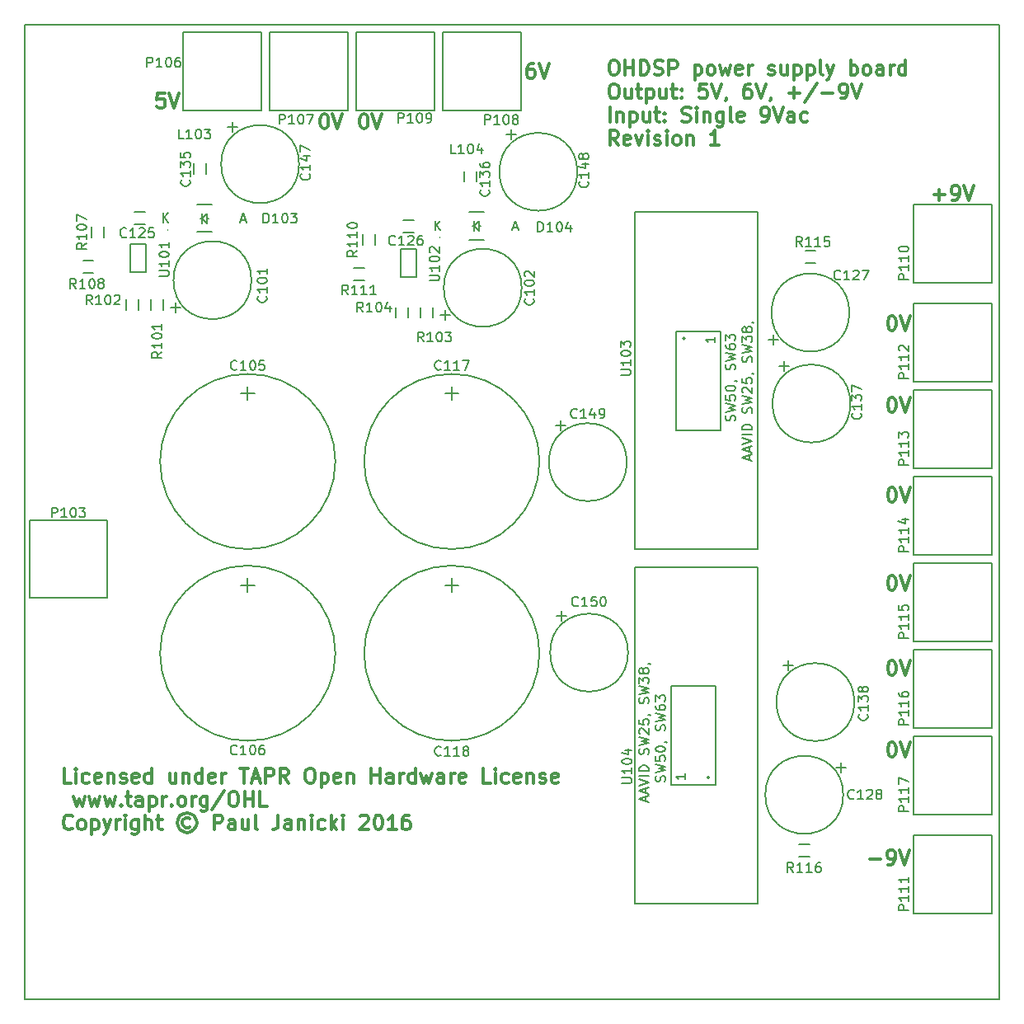
<source format=gto>
G04 #@! TF.FileFunction,Legend,Top*
%FSLAX46Y46*%
G04 Gerber Fmt 4.6, Leading zero omitted, Abs format (unit mm)*
G04 Created by KiCad (PCBNEW 4.0.1-stable) date 18/01/2016 20:26:33*
%MOMM*%
G01*
G04 APERTURE LIST*
%ADD10C,0.100000*%
%ADD11C,0.300000*%
%ADD12C,0.150000*%
G04 APERTURE END LIST*
D10*
D11*
X88947715Y26348429D02*
X89090572Y26348429D01*
X89233429Y26277000D01*
X89304858Y26205571D01*
X89376287Y26062714D01*
X89447715Y25777000D01*
X89447715Y25419857D01*
X89376287Y25134143D01*
X89304858Y24991286D01*
X89233429Y24919857D01*
X89090572Y24848429D01*
X88947715Y24848429D01*
X88804858Y24919857D01*
X88733429Y24991286D01*
X88662001Y25134143D01*
X88590572Y25419857D01*
X88590572Y25777000D01*
X88662001Y26062714D01*
X88733429Y26205571D01*
X88804858Y26277000D01*
X88947715Y26348429D01*
X89876286Y26348429D02*
X90376286Y24848429D01*
X90876286Y26348429D01*
X88947715Y34730429D02*
X89090572Y34730429D01*
X89233429Y34659000D01*
X89304858Y34587571D01*
X89376287Y34444714D01*
X89447715Y34159000D01*
X89447715Y33801857D01*
X89376287Y33516143D01*
X89304858Y33373286D01*
X89233429Y33301857D01*
X89090572Y33230429D01*
X88947715Y33230429D01*
X88804858Y33301857D01*
X88733429Y33373286D01*
X88662001Y33516143D01*
X88590572Y33801857D01*
X88590572Y34159000D01*
X88662001Y34444714D01*
X88733429Y34587571D01*
X88804858Y34659000D01*
X88947715Y34730429D01*
X89876286Y34730429D02*
X90376286Y33230429D01*
X90876286Y34730429D01*
X88947715Y70163429D02*
X89090572Y70163429D01*
X89233429Y70092000D01*
X89304858Y70020571D01*
X89376287Y69877714D01*
X89447715Y69592000D01*
X89447715Y69234857D01*
X89376287Y68949143D01*
X89304858Y68806286D01*
X89233429Y68734857D01*
X89090572Y68663429D01*
X88947715Y68663429D01*
X88804858Y68734857D01*
X88733429Y68806286D01*
X88662001Y68949143D01*
X88590572Y69234857D01*
X88590572Y69592000D01*
X88662001Y69877714D01*
X88733429Y70020571D01*
X88804858Y70092000D01*
X88947715Y70163429D01*
X89876286Y70163429D02*
X90376286Y68663429D01*
X90876286Y70163429D01*
X88947715Y61781429D02*
X89090572Y61781429D01*
X89233429Y61710000D01*
X89304858Y61638571D01*
X89376287Y61495714D01*
X89447715Y61210000D01*
X89447715Y60852857D01*
X89376287Y60567143D01*
X89304858Y60424286D01*
X89233429Y60352857D01*
X89090572Y60281429D01*
X88947715Y60281429D01*
X88804858Y60352857D01*
X88733429Y60424286D01*
X88662001Y60567143D01*
X88590572Y60852857D01*
X88590572Y61210000D01*
X88662001Y61495714D01*
X88733429Y61638571D01*
X88804858Y61710000D01*
X88947715Y61781429D01*
X89876286Y61781429D02*
X90376286Y60281429D01*
X90876286Y61781429D01*
X88947715Y43493429D02*
X89090572Y43493429D01*
X89233429Y43422000D01*
X89304858Y43350571D01*
X89376287Y43207714D01*
X89447715Y42922000D01*
X89447715Y42564857D01*
X89376287Y42279143D01*
X89304858Y42136286D01*
X89233429Y42064857D01*
X89090572Y41993429D01*
X88947715Y41993429D01*
X88804858Y42064857D01*
X88733429Y42136286D01*
X88662001Y42279143D01*
X88590572Y42564857D01*
X88590572Y42922000D01*
X88662001Y43207714D01*
X88733429Y43350571D01*
X88804858Y43422000D01*
X88947715Y43493429D01*
X89876286Y43493429D02*
X90376286Y41993429D01*
X90876286Y43493429D01*
X88947715Y52510429D02*
X89090572Y52510429D01*
X89233429Y52439000D01*
X89304858Y52367571D01*
X89376287Y52224714D01*
X89447715Y51939000D01*
X89447715Y51581857D01*
X89376287Y51296143D01*
X89304858Y51153286D01*
X89233429Y51081857D01*
X89090572Y51010429D01*
X88947715Y51010429D01*
X88804858Y51081857D01*
X88733429Y51153286D01*
X88662001Y51296143D01*
X88590572Y51581857D01*
X88590572Y51939000D01*
X88662001Y52224714D01*
X88733429Y52367571D01*
X88804858Y52439000D01*
X88947715Y52510429D01*
X89876286Y52510429D02*
X90376286Y51010429D01*
X90876286Y52510429D01*
X86717429Y14370857D02*
X87860286Y14370857D01*
X88646000Y13799429D02*
X88931715Y13799429D01*
X89074572Y13870857D01*
X89146000Y13942286D01*
X89288858Y14156571D01*
X89360286Y14442286D01*
X89360286Y15013714D01*
X89288858Y15156571D01*
X89217429Y15228000D01*
X89074572Y15299429D01*
X88788858Y15299429D01*
X88646000Y15228000D01*
X88574572Y15156571D01*
X88503143Y15013714D01*
X88503143Y14656571D01*
X88574572Y14513714D01*
X88646000Y14442286D01*
X88788858Y14370857D01*
X89074572Y14370857D01*
X89217429Y14442286D01*
X89288858Y14513714D01*
X89360286Y14656571D01*
X89788857Y15299429D02*
X90288857Y13799429D01*
X90788857Y15299429D01*
X93321429Y82569857D02*
X94464286Y82569857D01*
X93892857Y81998429D02*
X93892857Y83141286D01*
X95250000Y81998429D02*
X95535715Y81998429D01*
X95678572Y82069857D01*
X95750000Y82141286D01*
X95892858Y82355571D01*
X95964286Y82641286D01*
X95964286Y83212714D01*
X95892858Y83355571D01*
X95821429Y83427000D01*
X95678572Y83498429D01*
X95392858Y83498429D01*
X95250000Y83427000D01*
X95178572Y83355571D01*
X95107143Y83212714D01*
X95107143Y82855571D01*
X95178572Y82712714D01*
X95250000Y82641286D01*
X95392858Y82569857D01*
X95678572Y82569857D01*
X95821429Y82641286D01*
X95892858Y82712714D01*
X95964286Y82855571D01*
X96392857Y83498429D02*
X96892857Y81998429D01*
X97392857Y83498429D01*
X14319287Y93023429D02*
X13605001Y93023429D01*
X13533572Y92309143D01*
X13605001Y92380571D01*
X13747858Y92452000D01*
X14105001Y92452000D01*
X14247858Y92380571D01*
X14319287Y92309143D01*
X14390715Y92166286D01*
X14390715Y91809143D01*
X14319287Y91666286D01*
X14247858Y91594857D01*
X14105001Y91523429D01*
X13747858Y91523429D01*
X13605001Y91594857D01*
X13533572Y91666286D01*
X14819286Y93023429D02*
X15319286Y91523429D01*
X15819286Y93023429D01*
X52220858Y96071429D02*
X51935144Y96071429D01*
X51792287Y96000000D01*
X51720858Y95928571D01*
X51578001Y95714286D01*
X51506572Y95428571D01*
X51506572Y94857143D01*
X51578001Y94714286D01*
X51649429Y94642857D01*
X51792287Y94571429D01*
X52078001Y94571429D01*
X52220858Y94642857D01*
X52292287Y94714286D01*
X52363715Y94857143D01*
X52363715Y95214286D01*
X52292287Y95357143D01*
X52220858Y95428571D01*
X52078001Y95500000D01*
X51792287Y95500000D01*
X51649429Y95428571D01*
X51578001Y95357143D01*
X51506572Y95214286D01*
X52792286Y96071429D02*
X53292286Y94571429D01*
X53792286Y96071429D01*
X34718715Y90864429D02*
X34861572Y90864429D01*
X35004429Y90793000D01*
X35075858Y90721571D01*
X35147287Y90578714D01*
X35218715Y90293000D01*
X35218715Y89935857D01*
X35147287Y89650143D01*
X35075858Y89507286D01*
X35004429Y89435857D01*
X34861572Y89364429D01*
X34718715Y89364429D01*
X34575858Y89435857D01*
X34504429Y89507286D01*
X34433001Y89650143D01*
X34361572Y89935857D01*
X34361572Y90293000D01*
X34433001Y90578714D01*
X34504429Y90721571D01*
X34575858Y90793000D01*
X34718715Y90864429D01*
X35647286Y90864429D02*
X36147286Y89364429D01*
X36647286Y90864429D01*
X30654715Y90864429D02*
X30797572Y90864429D01*
X30940429Y90793000D01*
X31011858Y90721571D01*
X31083287Y90578714D01*
X31154715Y90293000D01*
X31154715Y89935857D01*
X31083287Y89650143D01*
X31011858Y89507286D01*
X30940429Y89435857D01*
X30797572Y89364429D01*
X30654715Y89364429D01*
X30511858Y89435857D01*
X30440429Y89507286D01*
X30369001Y89650143D01*
X30297572Y89935857D01*
X30297572Y90293000D01*
X30369001Y90578714D01*
X30440429Y90721571D01*
X30511858Y90793000D01*
X30654715Y90864429D01*
X31583286Y90864429D02*
X32083286Y89364429D01*
X32583286Y90864429D01*
X4703429Y22181429D02*
X3989143Y22181429D01*
X3989143Y23681429D01*
X5203429Y22181429D02*
X5203429Y23181429D01*
X5203429Y23681429D02*
X5132000Y23610000D01*
X5203429Y23538571D01*
X5274857Y23610000D01*
X5203429Y23681429D01*
X5203429Y23538571D01*
X6560572Y22252857D02*
X6417715Y22181429D01*
X6132001Y22181429D01*
X5989143Y22252857D01*
X5917715Y22324286D01*
X5846286Y22467143D01*
X5846286Y22895714D01*
X5917715Y23038571D01*
X5989143Y23110000D01*
X6132001Y23181429D01*
X6417715Y23181429D01*
X6560572Y23110000D01*
X7774857Y22252857D02*
X7632000Y22181429D01*
X7346286Y22181429D01*
X7203429Y22252857D01*
X7132000Y22395714D01*
X7132000Y22967143D01*
X7203429Y23110000D01*
X7346286Y23181429D01*
X7632000Y23181429D01*
X7774857Y23110000D01*
X7846286Y22967143D01*
X7846286Y22824286D01*
X7132000Y22681429D01*
X8489143Y23181429D02*
X8489143Y22181429D01*
X8489143Y23038571D02*
X8560571Y23110000D01*
X8703429Y23181429D01*
X8917714Y23181429D01*
X9060571Y23110000D01*
X9132000Y22967143D01*
X9132000Y22181429D01*
X9774857Y22252857D02*
X9917714Y22181429D01*
X10203429Y22181429D01*
X10346286Y22252857D01*
X10417714Y22395714D01*
X10417714Y22467143D01*
X10346286Y22610000D01*
X10203429Y22681429D01*
X9989143Y22681429D01*
X9846286Y22752857D01*
X9774857Y22895714D01*
X9774857Y22967143D01*
X9846286Y23110000D01*
X9989143Y23181429D01*
X10203429Y23181429D01*
X10346286Y23110000D01*
X11632000Y22252857D02*
X11489143Y22181429D01*
X11203429Y22181429D01*
X11060572Y22252857D01*
X10989143Y22395714D01*
X10989143Y22967143D01*
X11060572Y23110000D01*
X11203429Y23181429D01*
X11489143Y23181429D01*
X11632000Y23110000D01*
X11703429Y22967143D01*
X11703429Y22824286D01*
X10989143Y22681429D01*
X12989143Y22181429D02*
X12989143Y23681429D01*
X12989143Y22252857D02*
X12846286Y22181429D01*
X12560572Y22181429D01*
X12417714Y22252857D01*
X12346286Y22324286D01*
X12274857Y22467143D01*
X12274857Y22895714D01*
X12346286Y23038571D01*
X12417714Y23110000D01*
X12560572Y23181429D01*
X12846286Y23181429D01*
X12989143Y23110000D01*
X15489143Y23181429D02*
X15489143Y22181429D01*
X14846286Y23181429D02*
X14846286Y22395714D01*
X14917714Y22252857D01*
X15060572Y22181429D01*
X15274857Y22181429D01*
X15417714Y22252857D01*
X15489143Y22324286D01*
X16203429Y23181429D02*
X16203429Y22181429D01*
X16203429Y23038571D02*
X16274857Y23110000D01*
X16417715Y23181429D01*
X16632000Y23181429D01*
X16774857Y23110000D01*
X16846286Y22967143D01*
X16846286Y22181429D01*
X18203429Y22181429D02*
X18203429Y23681429D01*
X18203429Y22252857D02*
X18060572Y22181429D01*
X17774858Y22181429D01*
X17632000Y22252857D01*
X17560572Y22324286D01*
X17489143Y22467143D01*
X17489143Y22895714D01*
X17560572Y23038571D01*
X17632000Y23110000D01*
X17774858Y23181429D01*
X18060572Y23181429D01*
X18203429Y23110000D01*
X19489143Y22252857D02*
X19346286Y22181429D01*
X19060572Y22181429D01*
X18917715Y22252857D01*
X18846286Y22395714D01*
X18846286Y22967143D01*
X18917715Y23110000D01*
X19060572Y23181429D01*
X19346286Y23181429D01*
X19489143Y23110000D01*
X19560572Y22967143D01*
X19560572Y22824286D01*
X18846286Y22681429D01*
X20203429Y22181429D02*
X20203429Y23181429D01*
X20203429Y22895714D02*
X20274857Y23038571D01*
X20346286Y23110000D01*
X20489143Y23181429D01*
X20632000Y23181429D01*
X22060571Y23681429D02*
X22917714Y23681429D01*
X22489143Y22181429D02*
X22489143Y23681429D01*
X23346285Y22610000D02*
X24060571Y22610000D01*
X23203428Y22181429D02*
X23703428Y23681429D01*
X24203428Y22181429D01*
X24703428Y22181429D02*
X24703428Y23681429D01*
X25274856Y23681429D01*
X25417714Y23610000D01*
X25489142Y23538571D01*
X25560571Y23395714D01*
X25560571Y23181429D01*
X25489142Y23038571D01*
X25417714Y22967143D01*
X25274856Y22895714D01*
X24703428Y22895714D01*
X27060571Y22181429D02*
X26560571Y22895714D01*
X26203428Y22181429D02*
X26203428Y23681429D01*
X26774856Y23681429D01*
X26917714Y23610000D01*
X26989142Y23538571D01*
X27060571Y23395714D01*
X27060571Y23181429D01*
X26989142Y23038571D01*
X26917714Y22967143D01*
X26774856Y22895714D01*
X26203428Y22895714D01*
X29131999Y23681429D02*
X29417713Y23681429D01*
X29560571Y23610000D01*
X29703428Y23467143D01*
X29774856Y23181429D01*
X29774856Y22681429D01*
X29703428Y22395714D01*
X29560571Y22252857D01*
X29417713Y22181429D01*
X29131999Y22181429D01*
X28989142Y22252857D01*
X28846285Y22395714D01*
X28774856Y22681429D01*
X28774856Y23181429D01*
X28846285Y23467143D01*
X28989142Y23610000D01*
X29131999Y23681429D01*
X30417714Y23181429D02*
X30417714Y21681429D01*
X30417714Y23110000D02*
X30560571Y23181429D01*
X30846285Y23181429D01*
X30989142Y23110000D01*
X31060571Y23038571D01*
X31132000Y22895714D01*
X31132000Y22467143D01*
X31060571Y22324286D01*
X30989142Y22252857D01*
X30846285Y22181429D01*
X30560571Y22181429D01*
X30417714Y22252857D01*
X32346285Y22252857D02*
X32203428Y22181429D01*
X31917714Y22181429D01*
X31774857Y22252857D01*
X31703428Y22395714D01*
X31703428Y22967143D01*
X31774857Y23110000D01*
X31917714Y23181429D01*
X32203428Y23181429D01*
X32346285Y23110000D01*
X32417714Y22967143D01*
X32417714Y22824286D01*
X31703428Y22681429D01*
X33060571Y23181429D02*
X33060571Y22181429D01*
X33060571Y23038571D02*
X33131999Y23110000D01*
X33274857Y23181429D01*
X33489142Y23181429D01*
X33631999Y23110000D01*
X33703428Y22967143D01*
X33703428Y22181429D01*
X35560571Y22181429D02*
X35560571Y23681429D01*
X35560571Y22967143D02*
X36417714Y22967143D01*
X36417714Y22181429D02*
X36417714Y23681429D01*
X37774857Y22181429D02*
X37774857Y22967143D01*
X37703428Y23110000D01*
X37560571Y23181429D01*
X37274857Y23181429D01*
X37132000Y23110000D01*
X37774857Y22252857D02*
X37632000Y22181429D01*
X37274857Y22181429D01*
X37132000Y22252857D01*
X37060571Y22395714D01*
X37060571Y22538571D01*
X37132000Y22681429D01*
X37274857Y22752857D01*
X37632000Y22752857D01*
X37774857Y22824286D01*
X38489143Y22181429D02*
X38489143Y23181429D01*
X38489143Y22895714D02*
X38560571Y23038571D01*
X38632000Y23110000D01*
X38774857Y23181429D01*
X38917714Y23181429D01*
X40060571Y22181429D02*
X40060571Y23681429D01*
X40060571Y22252857D02*
X39917714Y22181429D01*
X39632000Y22181429D01*
X39489142Y22252857D01*
X39417714Y22324286D01*
X39346285Y22467143D01*
X39346285Y22895714D01*
X39417714Y23038571D01*
X39489142Y23110000D01*
X39632000Y23181429D01*
X39917714Y23181429D01*
X40060571Y23110000D01*
X40632000Y23181429D02*
X40917714Y22181429D01*
X41203428Y22895714D01*
X41489143Y22181429D01*
X41774857Y23181429D01*
X42989143Y22181429D02*
X42989143Y22967143D01*
X42917714Y23110000D01*
X42774857Y23181429D01*
X42489143Y23181429D01*
X42346286Y23110000D01*
X42989143Y22252857D02*
X42846286Y22181429D01*
X42489143Y22181429D01*
X42346286Y22252857D01*
X42274857Y22395714D01*
X42274857Y22538571D01*
X42346286Y22681429D01*
X42489143Y22752857D01*
X42846286Y22752857D01*
X42989143Y22824286D01*
X43703429Y22181429D02*
X43703429Y23181429D01*
X43703429Y22895714D02*
X43774857Y23038571D01*
X43846286Y23110000D01*
X43989143Y23181429D01*
X44132000Y23181429D01*
X45203428Y22252857D02*
X45060571Y22181429D01*
X44774857Y22181429D01*
X44632000Y22252857D01*
X44560571Y22395714D01*
X44560571Y22967143D01*
X44632000Y23110000D01*
X44774857Y23181429D01*
X45060571Y23181429D01*
X45203428Y23110000D01*
X45274857Y22967143D01*
X45274857Y22824286D01*
X44560571Y22681429D01*
X47774857Y22181429D02*
X47060571Y22181429D01*
X47060571Y23681429D01*
X48274857Y22181429D02*
X48274857Y23181429D01*
X48274857Y23681429D02*
X48203428Y23610000D01*
X48274857Y23538571D01*
X48346285Y23610000D01*
X48274857Y23681429D01*
X48274857Y23538571D01*
X49632000Y22252857D02*
X49489143Y22181429D01*
X49203429Y22181429D01*
X49060571Y22252857D01*
X48989143Y22324286D01*
X48917714Y22467143D01*
X48917714Y22895714D01*
X48989143Y23038571D01*
X49060571Y23110000D01*
X49203429Y23181429D01*
X49489143Y23181429D01*
X49632000Y23110000D01*
X50846285Y22252857D02*
X50703428Y22181429D01*
X50417714Y22181429D01*
X50274857Y22252857D01*
X50203428Y22395714D01*
X50203428Y22967143D01*
X50274857Y23110000D01*
X50417714Y23181429D01*
X50703428Y23181429D01*
X50846285Y23110000D01*
X50917714Y22967143D01*
X50917714Y22824286D01*
X50203428Y22681429D01*
X51560571Y23181429D02*
X51560571Y22181429D01*
X51560571Y23038571D02*
X51631999Y23110000D01*
X51774857Y23181429D01*
X51989142Y23181429D01*
X52131999Y23110000D01*
X52203428Y22967143D01*
X52203428Y22181429D01*
X52846285Y22252857D02*
X52989142Y22181429D01*
X53274857Y22181429D01*
X53417714Y22252857D01*
X53489142Y22395714D01*
X53489142Y22467143D01*
X53417714Y22610000D01*
X53274857Y22681429D01*
X53060571Y22681429D01*
X52917714Y22752857D01*
X52846285Y22895714D01*
X52846285Y22967143D01*
X52917714Y23110000D01*
X53060571Y23181429D01*
X53274857Y23181429D01*
X53417714Y23110000D01*
X54703428Y22252857D02*
X54560571Y22181429D01*
X54274857Y22181429D01*
X54132000Y22252857D01*
X54060571Y22395714D01*
X54060571Y22967143D01*
X54132000Y23110000D01*
X54274857Y23181429D01*
X54560571Y23181429D01*
X54703428Y23110000D01*
X54774857Y22967143D01*
X54774857Y22824286D01*
X54060571Y22681429D01*
X4989143Y20781429D02*
X5274857Y19781429D01*
X5560571Y20495714D01*
X5846286Y19781429D01*
X6132000Y20781429D01*
X6560572Y20781429D02*
X6846286Y19781429D01*
X7132000Y20495714D01*
X7417715Y19781429D01*
X7703429Y20781429D01*
X8132001Y20781429D02*
X8417715Y19781429D01*
X8703429Y20495714D01*
X8989144Y19781429D01*
X9274858Y20781429D01*
X9846287Y19924286D02*
X9917715Y19852857D01*
X9846287Y19781429D01*
X9774858Y19852857D01*
X9846287Y19924286D01*
X9846287Y19781429D01*
X10346287Y20781429D02*
X10917716Y20781429D01*
X10560573Y21281429D02*
X10560573Y19995714D01*
X10632001Y19852857D01*
X10774859Y19781429D01*
X10917716Y19781429D01*
X12060573Y19781429D02*
X12060573Y20567143D01*
X11989144Y20710000D01*
X11846287Y20781429D01*
X11560573Y20781429D01*
X11417716Y20710000D01*
X12060573Y19852857D02*
X11917716Y19781429D01*
X11560573Y19781429D01*
X11417716Y19852857D01*
X11346287Y19995714D01*
X11346287Y20138571D01*
X11417716Y20281429D01*
X11560573Y20352857D01*
X11917716Y20352857D01*
X12060573Y20424286D01*
X12774859Y20781429D02*
X12774859Y19281429D01*
X12774859Y20710000D02*
X12917716Y20781429D01*
X13203430Y20781429D01*
X13346287Y20710000D01*
X13417716Y20638571D01*
X13489145Y20495714D01*
X13489145Y20067143D01*
X13417716Y19924286D01*
X13346287Y19852857D01*
X13203430Y19781429D01*
X12917716Y19781429D01*
X12774859Y19852857D01*
X14132002Y19781429D02*
X14132002Y20781429D01*
X14132002Y20495714D02*
X14203430Y20638571D01*
X14274859Y20710000D01*
X14417716Y20781429D01*
X14560573Y20781429D01*
X15060573Y19924286D02*
X15132001Y19852857D01*
X15060573Y19781429D01*
X14989144Y19852857D01*
X15060573Y19924286D01*
X15060573Y19781429D01*
X15989145Y19781429D02*
X15846287Y19852857D01*
X15774859Y19924286D01*
X15703430Y20067143D01*
X15703430Y20495714D01*
X15774859Y20638571D01*
X15846287Y20710000D01*
X15989145Y20781429D01*
X16203430Y20781429D01*
X16346287Y20710000D01*
X16417716Y20638571D01*
X16489145Y20495714D01*
X16489145Y20067143D01*
X16417716Y19924286D01*
X16346287Y19852857D01*
X16203430Y19781429D01*
X15989145Y19781429D01*
X17132002Y19781429D02*
X17132002Y20781429D01*
X17132002Y20495714D02*
X17203430Y20638571D01*
X17274859Y20710000D01*
X17417716Y20781429D01*
X17560573Y20781429D01*
X18703430Y20781429D02*
X18703430Y19567143D01*
X18632001Y19424286D01*
X18560573Y19352857D01*
X18417716Y19281429D01*
X18203430Y19281429D01*
X18060573Y19352857D01*
X18703430Y19852857D02*
X18560573Y19781429D01*
X18274859Y19781429D01*
X18132001Y19852857D01*
X18060573Y19924286D01*
X17989144Y20067143D01*
X17989144Y20495714D01*
X18060573Y20638571D01*
X18132001Y20710000D01*
X18274859Y20781429D01*
X18560573Y20781429D01*
X18703430Y20710000D01*
X20489144Y21352857D02*
X19203430Y19424286D01*
X21274859Y21281429D02*
X21560573Y21281429D01*
X21703431Y21210000D01*
X21846288Y21067143D01*
X21917716Y20781429D01*
X21917716Y20281429D01*
X21846288Y19995714D01*
X21703431Y19852857D01*
X21560573Y19781429D01*
X21274859Y19781429D01*
X21132002Y19852857D01*
X20989145Y19995714D01*
X20917716Y20281429D01*
X20917716Y20781429D01*
X20989145Y21067143D01*
X21132002Y21210000D01*
X21274859Y21281429D01*
X22560574Y19781429D02*
X22560574Y21281429D01*
X22560574Y20567143D02*
X23417717Y20567143D01*
X23417717Y19781429D02*
X23417717Y21281429D01*
X24846289Y19781429D02*
X24132003Y19781429D01*
X24132003Y21281429D01*
X4846286Y17524286D02*
X4774857Y17452857D01*
X4560571Y17381429D01*
X4417714Y17381429D01*
X4203429Y17452857D01*
X4060571Y17595714D01*
X3989143Y17738571D01*
X3917714Y18024286D01*
X3917714Y18238571D01*
X3989143Y18524286D01*
X4060571Y18667143D01*
X4203429Y18810000D01*
X4417714Y18881429D01*
X4560571Y18881429D01*
X4774857Y18810000D01*
X4846286Y18738571D01*
X5703429Y17381429D02*
X5560571Y17452857D01*
X5489143Y17524286D01*
X5417714Y17667143D01*
X5417714Y18095714D01*
X5489143Y18238571D01*
X5560571Y18310000D01*
X5703429Y18381429D01*
X5917714Y18381429D01*
X6060571Y18310000D01*
X6132000Y18238571D01*
X6203429Y18095714D01*
X6203429Y17667143D01*
X6132000Y17524286D01*
X6060571Y17452857D01*
X5917714Y17381429D01*
X5703429Y17381429D01*
X6846286Y18381429D02*
X6846286Y16881429D01*
X6846286Y18310000D02*
X6989143Y18381429D01*
X7274857Y18381429D01*
X7417714Y18310000D01*
X7489143Y18238571D01*
X7560572Y18095714D01*
X7560572Y17667143D01*
X7489143Y17524286D01*
X7417714Y17452857D01*
X7274857Y17381429D01*
X6989143Y17381429D01*
X6846286Y17452857D01*
X8060572Y18381429D02*
X8417715Y17381429D01*
X8774857Y18381429D02*
X8417715Y17381429D01*
X8274857Y17024286D01*
X8203429Y16952857D01*
X8060572Y16881429D01*
X9346286Y17381429D02*
X9346286Y18381429D01*
X9346286Y18095714D02*
X9417714Y18238571D01*
X9489143Y18310000D01*
X9632000Y18381429D01*
X9774857Y18381429D01*
X10274857Y17381429D02*
X10274857Y18381429D01*
X10274857Y18881429D02*
X10203428Y18810000D01*
X10274857Y18738571D01*
X10346285Y18810000D01*
X10274857Y18881429D01*
X10274857Y18738571D01*
X11632000Y18381429D02*
X11632000Y17167143D01*
X11560571Y17024286D01*
X11489143Y16952857D01*
X11346286Y16881429D01*
X11132000Y16881429D01*
X10989143Y16952857D01*
X11632000Y17452857D02*
X11489143Y17381429D01*
X11203429Y17381429D01*
X11060571Y17452857D01*
X10989143Y17524286D01*
X10917714Y17667143D01*
X10917714Y18095714D01*
X10989143Y18238571D01*
X11060571Y18310000D01*
X11203429Y18381429D01*
X11489143Y18381429D01*
X11632000Y18310000D01*
X12346286Y17381429D02*
X12346286Y18881429D01*
X12989143Y17381429D02*
X12989143Y18167143D01*
X12917714Y18310000D01*
X12774857Y18381429D01*
X12560572Y18381429D01*
X12417714Y18310000D01*
X12346286Y18238571D01*
X13489143Y18381429D02*
X14060572Y18381429D01*
X13703429Y18881429D02*
X13703429Y17595714D01*
X13774857Y17452857D01*
X13917715Y17381429D01*
X14060572Y17381429D01*
X16917715Y18524286D02*
X16774857Y18595714D01*
X16489143Y18595714D01*
X16346286Y18524286D01*
X16203429Y18381429D01*
X16132000Y18238571D01*
X16132000Y17952857D01*
X16203429Y17810000D01*
X16346286Y17667143D01*
X16489143Y17595714D01*
X16774857Y17595714D01*
X16917715Y17667143D01*
X16632000Y19095714D02*
X16274857Y19024286D01*
X15917715Y18810000D01*
X15703429Y18452857D01*
X15632000Y18095714D01*
X15703429Y17738571D01*
X15917715Y17381429D01*
X16274857Y17167143D01*
X16632000Y17095714D01*
X16989143Y17167143D01*
X17346286Y17381429D01*
X17560572Y17738571D01*
X17632000Y18095714D01*
X17560572Y18452857D01*
X17346286Y18810000D01*
X16989143Y19024286D01*
X16632000Y19095714D01*
X19417715Y17381429D02*
X19417715Y18881429D01*
X19989143Y18881429D01*
X20132001Y18810000D01*
X20203429Y18738571D01*
X20274858Y18595714D01*
X20274858Y18381429D01*
X20203429Y18238571D01*
X20132001Y18167143D01*
X19989143Y18095714D01*
X19417715Y18095714D01*
X21560572Y17381429D02*
X21560572Y18167143D01*
X21489143Y18310000D01*
X21346286Y18381429D01*
X21060572Y18381429D01*
X20917715Y18310000D01*
X21560572Y17452857D02*
X21417715Y17381429D01*
X21060572Y17381429D01*
X20917715Y17452857D01*
X20846286Y17595714D01*
X20846286Y17738571D01*
X20917715Y17881429D01*
X21060572Y17952857D01*
X21417715Y17952857D01*
X21560572Y18024286D01*
X22917715Y18381429D02*
X22917715Y17381429D01*
X22274858Y18381429D02*
X22274858Y17595714D01*
X22346286Y17452857D01*
X22489144Y17381429D01*
X22703429Y17381429D01*
X22846286Y17452857D01*
X22917715Y17524286D01*
X23846287Y17381429D02*
X23703429Y17452857D01*
X23632001Y17595714D01*
X23632001Y18881429D01*
X25989143Y18881429D02*
X25989143Y17810000D01*
X25917715Y17595714D01*
X25774858Y17452857D01*
X25560572Y17381429D01*
X25417715Y17381429D01*
X27346286Y17381429D02*
X27346286Y18167143D01*
X27274857Y18310000D01*
X27132000Y18381429D01*
X26846286Y18381429D01*
X26703429Y18310000D01*
X27346286Y17452857D02*
X27203429Y17381429D01*
X26846286Y17381429D01*
X26703429Y17452857D01*
X26632000Y17595714D01*
X26632000Y17738571D01*
X26703429Y17881429D01*
X26846286Y17952857D01*
X27203429Y17952857D01*
X27346286Y18024286D01*
X28060572Y18381429D02*
X28060572Y17381429D01*
X28060572Y18238571D02*
X28132000Y18310000D01*
X28274858Y18381429D01*
X28489143Y18381429D01*
X28632000Y18310000D01*
X28703429Y18167143D01*
X28703429Y17381429D01*
X29417715Y17381429D02*
X29417715Y18381429D01*
X29417715Y18881429D02*
X29346286Y18810000D01*
X29417715Y18738571D01*
X29489143Y18810000D01*
X29417715Y18881429D01*
X29417715Y18738571D01*
X30774858Y17452857D02*
X30632001Y17381429D01*
X30346287Y17381429D01*
X30203429Y17452857D01*
X30132001Y17524286D01*
X30060572Y17667143D01*
X30060572Y18095714D01*
X30132001Y18238571D01*
X30203429Y18310000D01*
X30346287Y18381429D01*
X30632001Y18381429D01*
X30774858Y18310000D01*
X31417715Y17381429D02*
X31417715Y18881429D01*
X31560572Y17952857D02*
X31989143Y17381429D01*
X31989143Y18381429D02*
X31417715Y17810000D01*
X32632001Y17381429D02*
X32632001Y18381429D01*
X32632001Y18881429D02*
X32560572Y18810000D01*
X32632001Y18738571D01*
X32703429Y18810000D01*
X32632001Y18881429D01*
X32632001Y18738571D01*
X34417715Y18738571D02*
X34489144Y18810000D01*
X34632001Y18881429D01*
X34989144Y18881429D01*
X35132001Y18810000D01*
X35203430Y18738571D01*
X35274858Y18595714D01*
X35274858Y18452857D01*
X35203430Y18238571D01*
X34346287Y17381429D01*
X35274858Y17381429D01*
X36203429Y18881429D02*
X36346286Y18881429D01*
X36489143Y18810000D01*
X36560572Y18738571D01*
X36632001Y18595714D01*
X36703429Y18310000D01*
X36703429Y17952857D01*
X36632001Y17667143D01*
X36560572Y17524286D01*
X36489143Y17452857D01*
X36346286Y17381429D01*
X36203429Y17381429D01*
X36060572Y17452857D01*
X35989143Y17524286D01*
X35917715Y17667143D01*
X35846286Y17952857D01*
X35846286Y18310000D01*
X35917715Y18595714D01*
X35989143Y18738571D01*
X36060572Y18810000D01*
X36203429Y18881429D01*
X38132000Y17381429D02*
X37274857Y17381429D01*
X37703429Y17381429D02*
X37703429Y18881429D01*
X37560572Y18667143D01*
X37417714Y18524286D01*
X37274857Y18452857D01*
X39417714Y18881429D02*
X39132000Y18881429D01*
X38989143Y18810000D01*
X38917714Y18738571D01*
X38774857Y18524286D01*
X38703428Y18238571D01*
X38703428Y17667143D01*
X38774857Y17524286D01*
X38846285Y17452857D01*
X38989143Y17381429D01*
X39274857Y17381429D01*
X39417714Y17452857D01*
X39489143Y17524286D01*
X39560571Y17667143D01*
X39560571Y18024286D01*
X39489143Y18167143D01*
X39417714Y18238571D01*
X39274857Y18310000D01*
X38989143Y18310000D01*
X38846285Y18238571D01*
X38774857Y18167143D01*
X38703428Y18024286D01*
X60332857Y96369429D02*
X60618571Y96369429D01*
X60761429Y96298000D01*
X60904286Y96155143D01*
X60975714Y95869429D01*
X60975714Y95369429D01*
X60904286Y95083714D01*
X60761429Y94940857D01*
X60618571Y94869429D01*
X60332857Y94869429D01*
X60190000Y94940857D01*
X60047143Y95083714D01*
X59975714Y95369429D01*
X59975714Y95869429D01*
X60047143Y96155143D01*
X60190000Y96298000D01*
X60332857Y96369429D01*
X61618572Y94869429D02*
X61618572Y96369429D01*
X61618572Y95655143D02*
X62475715Y95655143D01*
X62475715Y94869429D02*
X62475715Y96369429D01*
X63190001Y94869429D02*
X63190001Y96369429D01*
X63547144Y96369429D01*
X63761429Y96298000D01*
X63904287Y96155143D01*
X63975715Y96012286D01*
X64047144Y95726571D01*
X64047144Y95512286D01*
X63975715Y95226571D01*
X63904287Y95083714D01*
X63761429Y94940857D01*
X63547144Y94869429D01*
X63190001Y94869429D01*
X64618572Y94940857D02*
X64832858Y94869429D01*
X65190001Y94869429D01*
X65332858Y94940857D01*
X65404287Y95012286D01*
X65475715Y95155143D01*
X65475715Y95298000D01*
X65404287Y95440857D01*
X65332858Y95512286D01*
X65190001Y95583714D01*
X64904287Y95655143D01*
X64761429Y95726571D01*
X64690001Y95798000D01*
X64618572Y95940857D01*
X64618572Y96083714D01*
X64690001Y96226571D01*
X64761429Y96298000D01*
X64904287Y96369429D01*
X65261429Y96369429D01*
X65475715Y96298000D01*
X66118572Y94869429D02*
X66118572Y96369429D01*
X66690000Y96369429D01*
X66832858Y96298000D01*
X66904286Y96226571D01*
X66975715Y96083714D01*
X66975715Y95869429D01*
X66904286Y95726571D01*
X66832858Y95655143D01*
X66690000Y95583714D01*
X66118572Y95583714D01*
X68761429Y95869429D02*
X68761429Y94369429D01*
X68761429Y95798000D02*
X68904286Y95869429D01*
X69190000Y95869429D01*
X69332857Y95798000D01*
X69404286Y95726571D01*
X69475715Y95583714D01*
X69475715Y95155143D01*
X69404286Y95012286D01*
X69332857Y94940857D01*
X69190000Y94869429D01*
X68904286Y94869429D01*
X68761429Y94940857D01*
X70332858Y94869429D02*
X70190000Y94940857D01*
X70118572Y95012286D01*
X70047143Y95155143D01*
X70047143Y95583714D01*
X70118572Y95726571D01*
X70190000Y95798000D01*
X70332858Y95869429D01*
X70547143Y95869429D01*
X70690000Y95798000D01*
X70761429Y95726571D01*
X70832858Y95583714D01*
X70832858Y95155143D01*
X70761429Y95012286D01*
X70690000Y94940857D01*
X70547143Y94869429D01*
X70332858Y94869429D01*
X71332858Y95869429D02*
X71618572Y94869429D01*
X71904286Y95583714D01*
X72190001Y94869429D01*
X72475715Y95869429D01*
X73618572Y94940857D02*
X73475715Y94869429D01*
X73190001Y94869429D01*
X73047144Y94940857D01*
X72975715Y95083714D01*
X72975715Y95655143D01*
X73047144Y95798000D01*
X73190001Y95869429D01*
X73475715Y95869429D01*
X73618572Y95798000D01*
X73690001Y95655143D01*
X73690001Y95512286D01*
X72975715Y95369429D01*
X74332858Y94869429D02*
X74332858Y95869429D01*
X74332858Y95583714D02*
X74404286Y95726571D01*
X74475715Y95798000D01*
X74618572Y95869429D01*
X74761429Y95869429D01*
X76332857Y94940857D02*
X76475714Y94869429D01*
X76761429Y94869429D01*
X76904286Y94940857D01*
X76975714Y95083714D01*
X76975714Y95155143D01*
X76904286Y95298000D01*
X76761429Y95369429D01*
X76547143Y95369429D01*
X76404286Y95440857D01*
X76332857Y95583714D01*
X76332857Y95655143D01*
X76404286Y95798000D01*
X76547143Y95869429D01*
X76761429Y95869429D01*
X76904286Y95798000D01*
X78261429Y95869429D02*
X78261429Y94869429D01*
X77618572Y95869429D02*
X77618572Y95083714D01*
X77690000Y94940857D01*
X77832858Y94869429D01*
X78047143Y94869429D01*
X78190000Y94940857D01*
X78261429Y95012286D01*
X78975715Y95869429D02*
X78975715Y94369429D01*
X78975715Y95798000D02*
X79118572Y95869429D01*
X79404286Y95869429D01*
X79547143Y95798000D01*
X79618572Y95726571D01*
X79690001Y95583714D01*
X79690001Y95155143D01*
X79618572Y95012286D01*
X79547143Y94940857D01*
X79404286Y94869429D01*
X79118572Y94869429D01*
X78975715Y94940857D01*
X80332858Y95869429D02*
X80332858Y94369429D01*
X80332858Y95798000D02*
X80475715Y95869429D01*
X80761429Y95869429D01*
X80904286Y95798000D01*
X80975715Y95726571D01*
X81047144Y95583714D01*
X81047144Y95155143D01*
X80975715Y95012286D01*
X80904286Y94940857D01*
X80761429Y94869429D01*
X80475715Y94869429D01*
X80332858Y94940857D01*
X81904287Y94869429D02*
X81761429Y94940857D01*
X81690001Y95083714D01*
X81690001Y96369429D01*
X82332858Y95869429D02*
X82690001Y94869429D01*
X83047143Y95869429D02*
X82690001Y94869429D01*
X82547143Y94512286D01*
X82475715Y94440857D01*
X82332858Y94369429D01*
X84761429Y94869429D02*
X84761429Y96369429D01*
X84761429Y95798000D02*
X84904286Y95869429D01*
X85190000Y95869429D01*
X85332857Y95798000D01*
X85404286Y95726571D01*
X85475715Y95583714D01*
X85475715Y95155143D01*
X85404286Y95012286D01*
X85332857Y94940857D01*
X85190000Y94869429D01*
X84904286Y94869429D01*
X84761429Y94940857D01*
X86332858Y94869429D02*
X86190000Y94940857D01*
X86118572Y95012286D01*
X86047143Y95155143D01*
X86047143Y95583714D01*
X86118572Y95726571D01*
X86190000Y95798000D01*
X86332858Y95869429D01*
X86547143Y95869429D01*
X86690000Y95798000D01*
X86761429Y95726571D01*
X86832858Y95583714D01*
X86832858Y95155143D01*
X86761429Y95012286D01*
X86690000Y94940857D01*
X86547143Y94869429D01*
X86332858Y94869429D01*
X88118572Y94869429D02*
X88118572Y95655143D01*
X88047143Y95798000D01*
X87904286Y95869429D01*
X87618572Y95869429D01*
X87475715Y95798000D01*
X88118572Y94940857D02*
X87975715Y94869429D01*
X87618572Y94869429D01*
X87475715Y94940857D01*
X87404286Y95083714D01*
X87404286Y95226571D01*
X87475715Y95369429D01*
X87618572Y95440857D01*
X87975715Y95440857D01*
X88118572Y95512286D01*
X88832858Y94869429D02*
X88832858Y95869429D01*
X88832858Y95583714D02*
X88904286Y95726571D01*
X88975715Y95798000D01*
X89118572Y95869429D01*
X89261429Y95869429D01*
X90404286Y94869429D02*
X90404286Y96369429D01*
X90404286Y94940857D02*
X90261429Y94869429D01*
X89975715Y94869429D01*
X89832857Y94940857D01*
X89761429Y95012286D01*
X89690000Y95155143D01*
X89690000Y95583714D01*
X89761429Y95726571D01*
X89832857Y95798000D01*
X89975715Y95869429D01*
X90261429Y95869429D01*
X90404286Y95798000D01*
X60332857Y93969429D02*
X60618571Y93969429D01*
X60761429Y93898000D01*
X60904286Y93755143D01*
X60975714Y93469429D01*
X60975714Y92969429D01*
X60904286Y92683714D01*
X60761429Y92540857D01*
X60618571Y92469429D01*
X60332857Y92469429D01*
X60190000Y92540857D01*
X60047143Y92683714D01*
X59975714Y92969429D01*
X59975714Y93469429D01*
X60047143Y93755143D01*
X60190000Y93898000D01*
X60332857Y93969429D01*
X62261429Y93469429D02*
X62261429Y92469429D01*
X61618572Y93469429D02*
X61618572Y92683714D01*
X61690000Y92540857D01*
X61832858Y92469429D01*
X62047143Y92469429D01*
X62190000Y92540857D01*
X62261429Y92612286D01*
X62761429Y93469429D02*
X63332858Y93469429D01*
X62975715Y93969429D02*
X62975715Y92683714D01*
X63047143Y92540857D01*
X63190001Y92469429D01*
X63332858Y92469429D01*
X63832858Y93469429D02*
X63832858Y91969429D01*
X63832858Y93398000D02*
X63975715Y93469429D01*
X64261429Y93469429D01*
X64404286Y93398000D01*
X64475715Y93326571D01*
X64547144Y93183714D01*
X64547144Y92755143D01*
X64475715Y92612286D01*
X64404286Y92540857D01*
X64261429Y92469429D01*
X63975715Y92469429D01*
X63832858Y92540857D01*
X65832858Y93469429D02*
X65832858Y92469429D01*
X65190001Y93469429D02*
X65190001Y92683714D01*
X65261429Y92540857D01*
X65404287Y92469429D01*
X65618572Y92469429D01*
X65761429Y92540857D01*
X65832858Y92612286D01*
X66332858Y93469429D02*
X66904287Y93469429D01*
X66547144Y93969429D02*
X66547144Y92683714D01*
X66618572Y92540857D01*
X66761430Y92469429D01*
X66904287Y92469429D01*
X67404287Y92612286D02*
X67475715Y92540857D01*
X67404287Y92469429D01*
X67332858Y92540857D01*
X67404287Y92612286D01*
X67404287Y92469429D01*
X67404287Y93398000D02*
X67475715Y93326571D01*
X67404287Y93255143D01*
X67332858Y93326571D01*
X67404287Y93398000D01*
X67404287Y93255143D01*
X69975716Y93969429D02*
X69261430Y93969429D01*
X69190001Y93255143D01*
X69261430Y93326571D01*
X69404287Y93398000D01*
X69761430Y93398000D01*
X69904287Y93326571D01*
X69975716Y93255143D01*
X70047144Y93112286D01*
X70047144Y92755143D01*
X69975716Y92612286D01*
X69904287Y92540857D01*
X69761430Y92469429D01*
X69404287Y92469429D01*
X69261430Y92540857D01*
X69190001Y92612286D01*
X70475715Y93969429D02*
X70975715Y92469429D01*
X71475715Y93969429D01*
X72047143Y92540857D02*
X72047143Y92469429D01*
X71975715Y92326571D01*
X71904286Y92255143D01*
X74475715Y93969429D02*
X74190001Y93969429D01*
X74047144Y93898000D01*
X73975715Y93826571D01*
X73832858Y93612286D01*
X73761429Y93326571D01*
X73761429Y92755143D01*
X73832858Y92612286D01*
X73904286Y92540857D01*
X74047144Y92469429D01*
X74332858Y92469429D01*
X74475715Y92540857D01*
X74547144Y92612286D01*
X74618572Y92755143D01*
X74618572Y93112286D01*
X74547144Y93255143D01*
X74475715Y93326571D01*
X74332858Y93398000D01*
X74047144Y93398000D01*
X73904286Y93326571D01*
X73832858Y93255143D01*
X73761429Y93112286D01*
X75047143Y93969429D02*
X75547143Y92469429D01*
X76047143Y93969429D01*
X76618571Y92540857D02*
X76618571Y92469429D01*
X76547143Y92326571D01*
X76475714Y92255143D01*
X78404286Y93040857D02*
X79547143Y93040857D01*
X78975714Y92469429D02*
X78975714Y93612286D01*
X81332857Y94040857D02*
X80047143Y92112286D01*
X81832858Y93040857D02*
X82975715Y93040857D01*
X83761429Y92469429D02*
X84047144Y92469429D01*
X84190001Y92540857D01*
X84261429Y92612286D01*
X84404287Y92826571D01*
X84475715Y93112286D01*
X84475715Y93683714D01*
X84404287Y93826571D01*
X84332858Y93898000D01*
X84190001Y93969429D01*
X83904287Y93969429D01*
X83761429Y93898000D01*
X83690001Y93826571D01*
X83618572Y93683714D01*
X83618572Y93326571D01*
X83690001Y93183714D01*
X83761429Y93112286D01*
X83904287Y93040857D01*
X84190001Y93040857D01*
X84332858Y93112286D01*
X84404287Y93183714D01*
X84475715Y93326571D01*
X84904286Y93969429D02*
X85404286Y92469429D01*
X85904286Y93969429D01*
X60047143Y90069429D02*
X60047143Y91569429D01*
X60761429Y91069429D02*
X60761429Y90069429D01*
X60761429Y90926571D02*
X60832857Y90998000D01*
X60975715Y91069429D01*
X61190000Y91069429D01*
X61332857Y90998000D01*
X61404286Y90855143D01*
X61404286Y90069429D01*
X62118572Y91069429D02*
X62118572Y89569429D01*
X62118572Y90998000D02*
X62261429Y91069429D01*
X62547143Y91069429D01*
X62690000Y90998000D01*
X62761429Y90926571D01*
X62832858Y90783714D01*
X62832858Y90355143D01*
X62761429Y90212286D01*
X62690000Y90140857D01*
X62547143Y90069429D01*
X62261429Y90069429D01*
X62118572Y90140857D01*
X64118572Y91069429D02*
X64118572Y90069429D01*
X63475715Y91069429D02*
X63475715Y90283714D01*
X63547143Y90140857D01*
X63690001Y90069429D01*
X63904286Y90069429D01*
X64047143Y90140857D01*
X64118572Y90212286D01*
X64618572Y91069429D02*
X65190001Y91069429D01*
X64832858Y91569429D02*
X64832858Y90283714D01*
X64904286Y90140857D01*
X65047144Y90069429D01*
X65190001Y90069429D01*
X65690001Y90212286D02*
X65761429Y90140857D01*
X65690001Y90069429D01*
X65618572Y90140857D01*
X65690001Y90212286D01*
X65690001Y90069429D01*
X65690001Y90998000D02*
X65761429Y90926571D01*
X65690001Y90855143D01*
X65618572Y90926571D01*
X65690001Y90998000D01*
X65690001Y90855143D01*
X67475715Y90140857D02*
X67690001Y90069429D01*
X68047144Y90069429D01*
X68190001Y90140857D01*
X68261430Y90212286D01*
X68332858Y90355143D01*
X68332858Y90498000D01*
X68261430Y90640857D01*
X68190001Y90712286D01*
X68047144Y90783714D01*
X67761430Y90855143D01*
X67618572Y90926571D01*
X67547144Y90998000D01*
X67475715Y91140857D01*
X67475715Y91283714D01*
X67547144Y91426571D01*
X67618572Y91498000D01*
X67761430Y91569429D01*
X68118572Y91569429D01*
X68332858Y91498000D01*
X68975715Y90069429D02*
X68975715Y91069429D01*
X68975715Y91569429D02*
X68904286Y91498000D01*
X68975715Y91426571D01*
X69047143Y91498000D01*
X68975715Y91569429D01*
X68975715Y91426571D01*
X69690001Y91069429D02*
X69690001Y90069429D01*
X69690001Y90926571D02*
X69761429Y90998000D01*
X69904287Y91069429D01*
X70118572Y91069429D01*
X70261429Y90998000D01*
X70332858Y90855143D01*
X70332858Y90069429D01*
X71690001Y91069429D02*
X71690001Y89855143D01*
X71618572Y89712286D01*
X71547144Y89640857D01*
X71404287Y89569429D01*
X71190001Y89569429D01*
X71047144Y89640857D01*
X71690001Y90140857D02*
X71547144Y90069429D01*
X71261430Y90069429D01*
X71118572Y90140857D01*
X71047144Y90212286D01*
X70975715Y90355143D01*
X70975715Y90783714D01*
X71047144Y90926571D01*
X71118572Y90998000D01*
X71261430Y91069429D01*
X71547144Y91069429D01*
X71690001Y90998000D01*
X72618573Y90069429D02*
X72475715Y90140857D01*
X72404287Y90283714D01*
X72404287Y91569429D01*
X73761429Y90140857D02*
X73618572Y90069429D01*
X73332858Y90069429D01*
X73190001Y90140857D01*
X73118572Y90283714D01*
X73118572Y90855143D01*
X73190001Y90998000D01*
X73332858Y91069429D01*
X73618572Y91069429D01*
X73761429Y90998000D01*
X73832858Y90855143D01*
X73832858Y90712286D01*
X73118572Y90569429D01*
X75690000Y90069429D02*
X75975715Y90069429D01*
X76118572Y90140857D01*
X76190000Y90212286D01*
X76332858Y90426571D01*
X76404286Y90712286D01*
X76404286Y91283714D01*
X76332858Y91426571D01*
X76261429Y91498000D01*
X76118572Y91569429D01*
X75832858Y91569429D01*
X75690000Y91498000D01*
X75618572Y91426571D01*
X75547143Y91283714D01*
X75547143Y90926571D01*
X75618572Y90783714D01*
X75690000Y90712286D01*
X75832858Y90640857D01*
X76118572Y90640857D01*
X76261429Y90712286D01*
X76332858Y90783714D01*
X76404286Y90926571D01*
X76832857Y91569429D02*
X77332857Y90069429D01*
X77832857Y91569429D01*
X78975714Y90069429D02*
X78975714Y90855143D01*
X78904285Y90998000D01*
X78761428Y91069429D01*
X78475714Y91069429D01*
X78332857Y90998000D01*
X78975714Y90140857D02*
X78832857Y90069429D01*
X78475714Y90069429D01*
X78332857Y90140857D01*
X78261428Y90283714D01*
X78261428Y90426571D01*
X78332857Y90569429D01*
X78475714Y90640857D01*
X78832857Y90640857D01*
X78975714Y90712286D01*
X80332857Y90140857D02*
X80190000Y90069429D01*
X79904286Y90069429D01*
X79761428Y90140857D01*
X79690000Y90212286D01*
X79618571Y90355143D01*
X79618571Y90783714D01*
X79690000Y90926571D01*
X79761428Y90998000D01*
X79904286Y91069429D01*
X80190000Y91069429D01*
X80332857Y90998000D01*
X60904286Y87669429D02*
X60404286Y88383714D01*
X60047143Y87669429D02*
X60047143Y89169429D01*
X60618571Y89169429D01*
X60761429Y89098000D01*
X60832857Y89026571D01*
X60904286Y88883714D01*
X60904286Y88669429D01*
X60832857Y88526571D01*
X60761429Y88455143D01*
X60618571Y88383714D01*
X60047143Y88383714D01*
X62118571Y87740857D02*
X61975714Y87669429D01*
X61690000Y87669429D01*
X61547143Y87740857D01*
X61475714Y87883714D01*
X61475714Y88455143D01*
X61547143Y88598000D01*
X61690000Y88669429D01*
X61975714Y88669429D01*
X62118571Y88598000D01*
X62190000Y88455143D01*
X62190000Y88312286D01*
X61475714Y88169429D01*
X62690000Y88669429D02*
X63047143Y87669429D01*
X63404285Y88669429D01*
X63975714Y87669429D02*
X63975714Y88669429D01*
X63975714Y89169429D02*
X63904285Y89098000D01*
X63975714Y89026571D01*
X64047142Y89098000D01*
X63975714Y89169429D01*
X63975714Y89026571D01*
X64618571Y87740857D02*
X64761428Y87669429D01*
X65047143Y87669429D01*
X65190000Y87740857D01*
X65261428Y87883714D01*
X65261428Y87955143D01*
X65190000Y88098000D01*
X65047143Y88169429D01*
X64832857Y88169429D01*
X64690000Y88240857D01*
X64618571Y88383714D01*
X64618571Y88455143D01*
X64690000Y88598000D01*
X64832857Y88669429D01*
X65047143Y88669429D01*
X65190000Y88598000D01*
X65904286Y87669429D02*
X65904286Y88669429D01*
X65904286Y89169429D02*
X65832857Y89098000D01*
X65904286Y89026571D01*
X65975714Y89098000D01*
X65904286Y89169429D01*
X65904286Y89026571D01*
X66832858Y87669429D02*
X66690000Y87740857D01*
X66618572Y87812286D01*
X66547143Y87955143D01*
X66547143Y88383714D01*
X66618572Y88526571D01*
X66690000Y88598000D01*
X66832858Y88669429D01*
X67047143Y88669429D01*
X67190000Y88598000D01*
X67261429Y88526571D01*
X67332858Y88383714D01*
X67332858Y87955143D01*
X67261429Y87812286D01*
X67190000Y87740857D01*
X67047143Y87669429D01*
X66832858Y87669429D01*
X67975715Y88669429D02*
X67975715Y87669429D01*
X67975715Y88526571D02*
X68047143Y88598000D01*
X68190001Y88669429D01*
X68404286Y88669429D01*
X68547143Y88598000D01*
X68618572Y88455143D01*
X68618572Y87669429D01*
X71261429Y87669429D02*
X70404286Y87669429D01*
X70832858Y87669429D02*
X70832858Y89169429D01*
X70690001Y88955143D01*
X70547143Y88812286D01*
X70404286Y88740857D01*
D12*
X0Y100000000D02*
X0Y0D01*
X100000000Y100000000D02*
X0Y100000000D01*
X100000000Y0D02*
X100000000Y100000000D01*
X0Y0D02*
X100000000Y0D01*
X15425261Y71525175D02*
X15425261Y70509175D01*
X14917261Y71017175D02*
X15933261Y71017175D01*
X23235261Y73811175D02*
G75*
G03X23235261Y73811175I-4000000J0D01*
G01*
X43180000Y70739000D02*
X43180000Y69723000D01*
X42672000Y70231000D02*
X43688000Y70231000D01*
X50990000Y73025000D02*
G75*
G03X50990000Y73025000I-4000000J0D01*
G01*
X23560000Y62185000D02*
X22160000Y62185000D01*
X31860000Y55185000D02*
G75*
G03X31860000Y55185000I-9000000J0D01*
G01*
X22860000Y62885000D02*
X22860000Y61485000D01*
X23560000Y42500000D02*
X22160000Y42500000D01*
X31860000Y35500000D02*
G75*
G03X31860000Y35500000I-9000000J0D01*
G01*
X22860000Y43200000D02*
X22860000Y41800000D01*
X44515000Y62185000D02*
X43115000Y62185000D01*
X52815000Y55185000D02*
G75*
G03X52815000Y55185000I-9000000J0D01*
G01*
X43815000Y62885000D02*
X43815000Y61485000D01*
X44515000Y42500000D02*
X43115000Y42500000D01*
X52815000Y35500000D02*
G75*
G03X52815000Y35500000I-9000000J0D01*
G01*
X43815000Y43200000D02*
X43815000Y41800000D01*
X11754961Y80796175D02*
X12288361Y80796175D01*
X11754961Y80796175D02*
X11221561Y80796175D01*
X11754961Y79526175D02*
X12288361Y79526175D01*
X11754961Y79526175D02*
X11221561Y79526175D01*
X39370000Y80010000D02*
X39903400Y80010000D01*
X39370000Y80010000D02*
X38836600Y80010000D01*
X39370000Y78740000D02*
X39903400Y78740000D01*
X39370000Y78740000D02*
X38836600Y78740000D01*
X76835000Y68199000D02*
X76835000Y67183000D01*
X76327000Y67691000D02*
X77343000Y67691000D01*
X84645000Y70485000D02*
G75*
G03X84645000Y70485000I-4000000J0D01*
G01*
X83820000Y23241000D02*
X83820000Y24257000D01*
X84328000Y23749000D02*
X83312000Y23749000D01*
X84010000Y20955000D02*
G75*
G03X84010000Y20955000I-4000000J0D01*
G01*
X17330261Y85241175D02*
X17330261Y85774575D01*
X17330261Y85241175D02*
X17330261Y84707775D01*
X18600261Y85241175D02*
X18600261Y85774575D01*
X18600261Y85241175D02*
X18600261Y84707775D01*
X45085000Y84455000D02*
X45085000Y84988400D01*
X45085000Y84455000D02*
X45085000Y83921600D01*
X46355000Y84455000D02*
X46355000Y84988400D01*
X46355000Y84455000D02*
X46355000Y83921600D01*
X78460600Y64947800D02*
X77444600Y64947800D01*
X77952600Y65455800D02*
X77952600Y64439800D01*
X84746600Y61137800D02*
G75*
G03X84746600Y61137800I-4000000J0D01*
G01*
X78867000Y34290000D02*
X77851000Y34290000D01*
X78359000Y34798000D02*
X78359000Y33782000D01*
X85153000Y30480000D02*
G75*
G03X85153000Y30480000I-4000000J0D01*
G01*
X18715000Y80161175D02*
X18815000Y80161175D01*
X18115000Y80161175D02*
X18015000Y80161175D01*
X14670902Y78961175D02*
G75*
G03X14670902Y78961175I-55902J0D01*
G01*
X18165000Y79661175D02*
X18165000Y80661175D01*
X18665000Y79661175D02*
X18165000Y80161175D01*
X18665000Y79661175D02*
X18665000Y80661175D01*
X18665000Y80661175D02*
X18165000Y80161175D01*
X18415000Y81561175D02*
X19215000Y81561175D01*
X18415000Y81561175D02*
X17615000Y81561175D01*
X18415000Y78761175D02*
X17615000Y78761175D01*
X18415000Y78761175D02*
X19215000Y78761175D01*
X46655000Y79375000D02*
X46755000Y79375000D01*
X46055000Y79375000D02*
X45955000Y79375000D01*
X42610902Y78175000D02*
G75*
G03X42610902Y78175000I-55902J0D01*
G01*
X46105000Y78875000D02*
X46105000Y79875000D01*
X46605000Y78875000D02*
X46105000Y79375000D01*
X46605000Y78875000D02*
X46605000Y79875000D01*
X46605000Y79875000D02*
X46105000Y79375000D01*
X46355000Y80775000D02*
X47155000Y80775000D01*
X46355000Y80775000D02*
X45555000Y80775000D01*
X46355000Y77975000D02*
X45555000Y77975000D01*
X46355000Y77975000D02*
X47155000Y77975000D01*
X2445000Y41180000D02*
X445000Y41180000D01*
X8445000Y41180000D02*
X6445000Y41180000D01*
X6445000Y49180000D02*
X8445000Y49180000D01*
X445000Y49180000D02*
X2445000Y49180000D01*
X4445000Y49180000D02*
X2445000Y49180000D01*
X445000Y49180000D02*
X445000Y41180000D01*
X2445000Y41180000D02*
X6445000Y41180000D01*
X8445000Y41180000D02*
X8445000Y49180000D01*
X6445000Y49180000D02*
X4445000Y49180000D01*
X24225000Y93250000D02*
X24225000Y91250000D01*
X24225000Y99250000D02*
X24225000Y97250000D01*
X16225000Y97250000D02*
X16225000Y99250000D01*
X16225000Y91250000D02*
X16225000Y93250000D01*
X16225000Y95250000D02*
X16225000Y93250000D01*
X16225000Y91250000D02*
X24225000Y91250000D01*
X24225000Y93250000D02*
X24225000Y97250000D01*
X24225000Y99250000D02*
X16225000Y99250000D01*
X16225000Y97250000D02*
X16225000Y95250000D01*
X33115000Y93250000D02*
X33115000Y91250000D01*
X33115000Y99250000D02*
X33115000Y97250000D01*
X25115000Y97250000D02*
X25115000Y99250000D01*
X25115000Y91250000D02*
X25115000Y93250000D01*
X25115000Y95250000D02*
X25115000Y93250000D01*
X25115000Y91250000D02*
X33115000Y91250000D01*
X33115000Y93250000D02*
X33115000Y97250000D01*
X33115000Y99250000D02*
X25115000Y99250000D01*
X25115000Y97250000D02*
X25115000Y95250000D01*
X50895000Y93250000D02*
X50895000Y91250000D01*
X50895000Y99250000D02*
X50895000Y97250000D01*
X42895000Y97250000D02*
X42895000Y99250000D01*
X42895000Y91250000D02*
X42895000Y93250000D01*
X42895000Y95250000D02*
X42895000Y93250000D01*
X42895000Y91250000D02*
X50895000Y91250000D01*
X50895000Y93250000D02*
X50895000Y97250000D01*
X50895000Y99250000D02*
X42895000Y99250000D01*
X42895000Y97250000D02*
X42895000Y95250000D01*
X42005000Y93250000D02*
X42005000Y91250000D01*
X42005000Y99250000D02*
X42005000Y97250000D01*
X34005000Y97250000D02*
X34005000Y99250000D01*
X34005000Y91250000D02*
X34005000Y93250000D01*
X34005000Y95250000D02*
X34005000Y93250000D01*
X34005000Y91250000D02*
X42005000Y91250000D01*
X42005000Y93250000D02*
X42005000Y97250000D01*
X42005000Y99250000D02*
X34005000Y99250000D01*
X34005000Y97250000D02*
X34005000Y95250000D01*
X93250000Y73565000D02*
X91250000Y73565000D01*
X99250000Y73565000D02*
X97250000Y73565000D01*
X97250000Y81565000D02*
X99250000Y81565000D01*
X91250000Y81565000D02*
X93250000Y81565000D01*
X95250000Y81565000D02*
X93250000Y81565000D01*
X91250000Y81565000D02*
X91250000Y73565000D01*
X93250000Y73565000D02*
X97250000Y73565000D01*
X99250000Y73565000D02*
X99250000Y81565000D01*
X97250000Y81565000D02*
X95250000Y81565000D01*
X93250000Y8795000D02*
X91250000Y8795000D01*
X99250000Y8795000D02*
X97250000Y8795000D01*
X97250000Y16795000D02*
X99250000Y16795000D01*
X91250000Y16795000D02*
X93250000Y16795000D01*
X95250000Y16795000D02*
X93250000Y16795000D01*
X91250000Y16795000D02*
X91250000Y8795000D01*
X93250000Y8795000D02*
X97250000Y8795000D01*
X99250000Y8795000D02*
X99250000Y16795000D01*
X97250000Y16795000D02*
X95250000Y16795000D01*
X93250000Y63405000D02*
X91250000Y63405000D01*
X99250000Y63405000D02*
X97250000Y63405000D01*
X97250000Y71405000D02*
X99250000Y71405000D01*
X91250000Y71405000D02*
X93250000Y71405000D01*
X95250000Y71405000D02*
X93250000Y71405000D01*
X91250000Y71405000D02*
X91250000Y63405000D01*
X93250000Y63405000D02*
X97250000Y63405000D01*
X99250000Y63405000D02*
X99250000Y71405000D01*
X97250000Y71405000D02*
X95250000Y71405000D01*
X93250000Y54515000D02*
X91250000Y54515000D01*
X99250000Y54515000D02*
X97250000Y54515000D01*
X97250000Y62515000D02*
X99250000Y62515000D01*
X91250000Y62515000D02*
X93250000Y62515000D01*
X95250000Y62515000D02*
X93250000Y62515000D01*
X91250000Y62515000D02*
X91250000Y54515000D01*
X93250000Y54515000D02*
X97250000Y54515000D01*
X99250000Y54515000D02*
X99250000Y62515000D01*
X97250000Y62515000D02*
X95250000Y62515000D01*
X93250000Y45625000D02*
X91250000Y45625000D01*
X99250000Y45625000D02*
X97250000Y45625000D01*
X97250000Y53625000D02*
X99250000Y53625000D01*
X91250000Y53625000D02*
X93250000Y53625000D01*
X95250000Y53625000D02*
X93250000Y53625000D01*
X91250000Y53625000D02*
X91250000Y45625000D01*
X93250000Y45625000D02*
X97250000Y45625000D01*
X99250000Y45625000D02*
X99250000Y53625000D01*
X97250000Y53625000D02*
X95250000Y53625000D01*
X93250000Y36735000D02*
X91250000Y36735000D01*
X99250000Y36735000D02*
X97250000Y36735000D01*
X97250000Y44735000D02*
X99250000Y44735000D01*
X91250000Y44735000D02*
X93250000Y44735000D01*
X95250000Y44735000D02*
X93250000Y44735000D01*
X91250000Y44735000D02*
X91250000Y36735000D01*
X93250000Y36735000D02*
X97250000Y36735000D01*
X99250000Y36735000D02*
X99250000Y44735000D01*
X97250000Y44735000D02*
X95250000Y44735000D01*
X93250000Y27845000D02*
X91250000Y27845000D01*
X99250000Y27845000D02*
X97250000Y27845000D01*
X97250000Y35845000D02*
X99250000Y35845000D01*
X91250000Y35845000D02*
X93250000Y35845000D01*
X95250000Y35845000D02*
X93250000Y35845000D01*
X91250000Y35845000D02*
X91250000Y27845000D01*
X93250000Y27845000D02*
X97250000Y27845000D01*
X99250000Y27845000D02*
X99250000Y35845000D01*
X97250000Y35845000D02*
X95250000Y35845000D01*
X93250000Y18955000D02*
X91250000Y18955000D01*
X99250000Y18955000D02*
X97250000Y18955000D01*
X97250000Y26955000D02*
X99250000Y26955000D01*
X91250000Y26955000D02*
X93250000Y26955000D01*
X95250000Y26955000D02*
X93250000Y26955000D01*
X91250000Y26955000D02*
X91250000Y18955000D01*
X93250000Y18955000D02*
X97250000Y18955000D01*
X99250000Y18955000D02*
X99250000Y26955000D01*
X97250000Y26955000D02*
X95250000Y26955000D01*
X12885261Y71271175D02*
X12885261Y71804575D01*
X12885261Y71271175D02*
X12885261Y70737775D01*
X14155261Y71271175D02*
X14155261Y71804575D01*
X14155261Y71271175D02*
X14155261Y70737775D01*
X10345261Y71271175D02*
X10345261Y71804575D01*
X10345261Y71271175D02*
X10345261Y70737775D01*
X11615261Y71271175D02*
X11615261Y71804575D01*
X11615261Y71271175D02*
X11615261Y70737775D01*
X40640000Y70485000D02*
X40640000Y71018400D01*
X40640000Y70485000D02*
X40640000Y69951600D01*
X41910000Y70485000D02*
X41910000Y71018400D01*
X41910000Y70485000D02*
X41910000Y69951600D01*
X38100000Y70485000D02*
X38100000Y71018400D01*
X38100000Y70485000D02*
X38100000Y69951600D01*
X39370000Y70485000D02*
X39370000Y71018400D01*
X39370000Y70485000D02*
X39370000Y69951600D01*
X6858000Y78740000D02*
X6858000Y79273400D01*
X6858000Y78740000D02*
X6858000Y78206600D01*
X8128000Y78740000D02*
X8128000Y79273400D01*
X8128000Y78740000D02*
X8128000Y78206600D01*
X6477000Y74519955D02*
X5943600Y74519955D01*
X6477000Y74519955D02*
X7010400Y74519955D01*
X6477000Y75789955D02*
X5943600Y75789955D01*
X6477000Y75789955D02*
X7010400Y75789955D01*
X34671000Y77978000D02*
X34671000Y78511400D01*
X34671000Y77978000D02*
X34671000Y77444600D01*
X35941000Y77978000D02*
X35941000Y78511400D01*
X35941000Y77978000D02*
X35941000Y77444600D01*
X34290000Y73787000D02*
X33756600Y73787000D01*
X34290000Y73787000D02*
X34823400Y73787000D01*
X34290000Y75057000D02*
X33756600Y75057000D01*
X34290000Y75057000D02*
X34823400Y75057000D01*
X80645000Y75565000D02*
X80111600Y75565000D01*
X80645000Y75565000D02*
X81178400Y75565000D01*
X80645000Y76835000D02*
X80111600Y76835000D01*
X80645000Y76835000D02*
X81178400Y76835000D01*
X80010000Y14605000D02*
X79476600Y14605000D01*
X80010000Y14605000D02*
X80543400Y14605000D01*
X80010000Y15875000D02*
X79476600Y15875000D01*
X80010000Y15875000D02*
X80543400Y15875000D01*
X12415261Y76046375D02*
X12415261Y77496375D01*
X12415261Y77496375D02*
X10815261Y77496375D01*
X10815261Y77496375D02*
X10815261Y74596375D01*
X10815261Y74596375D02*
X12415261Y74596375D01*
X12415261Y74596375D02*
X12415261Y76046375D01*
X40170000Y75565000D02*
X40170000Y77015000D01*
X40170000Y77015000D02*
X38570000Y77015000D01*
X38570000Y77015000D02*
X38570000Y74115000D01*
X38570000Y74115000D02*
X40170000Y74115000D01*
X40170000Y74115000D02*
X40170000Y75565000D01*
X62590000Y46200000D02*
X68890000Y46200000D01*
X62590000Y63500000D02*
X62590000Y46200000D01*
X62590000Y80800000D02*
X62590000Y63500000D01*
X62690000Y80800000D02*
X62590000Y80800000D01*
X68890000Y80800000D02*
X62690000Y80800000D01*
X75190000Y80800000D02*
X68890000Y80800000D01*
X75190000Y63500000D02*
X75190000Y80800000D01*
X75190000Y46200000D02*
X75190000Y63500000D01*
X68890000Y46200000D02*
X75190000Y46200000D01*
X67747000Y67818000D02*
G75*
G03X67747000Y67818000I-127000J0D01*
G01*
X71430000Y68580000D02*
X71430000Y58420000D01*
X71430000Y58420000D02*
X66858000Y58420000D01*
X66858000Y58420000D02*
X66858000Y68580000D01*
X66858000Y68580000D02*
X71430000Y68580000D01*
X75190000Y44351000D02*
X68890000Y44351000D01*
X75190000Y27051000D02*
X75190000Y44351000D01*
X75190000Y9751000D02*
X75190000Y27051000D01*
X75090000Y9751000D02*
X75190000Y9751000D01*
X68890000Y9751000D02*
X75090000Y9751000D01*
X62590000Y9751000D02*
X68890000Y9751000D01*
X62590000Y27051000D02*
X62590000Y9751000D01*
X62590000Y44351000D02*
X62590000Y27051000D01*
X68890000Y44351000D02*
X62590000Y44351000D01*
X70287000Y22733000D02*
G75*
G03X70287000Y22733000I-127000J0D01*
G01*
X66350000Y21971000D02*
X66350000Y32131000D01*
X66350000Y32131000D02*
X70922000Y32131000D01*
X70922000Y32131000D02*
X70922000Y21971000D01*
X70922000Y21971000D02*
X66350000Y21971000D01*
X21844000Y89535000D02*
X20828000Y89535000D01*
X21336000Y90043000D02*
X21336000Y89027000D01*
X28130000Y85725000D02*
G75*
G03X28130000Y85725000I-4000000J0D01*
G01*
X50419000Y88745000D02*
X49403000Y88745000D01*
X49911000Y89253000D02*
X49911000Y88237000D01*
X56705000Y84935000D02*
G75*
G03X56705000Y84935000I-4000000J0D01*
G01*
X55499000Y58928000D02*
X54483000Y58928000D01*
X54991000Y59436000D02*
X54991000Y58420000D01*
X61785000Y55118000D02*
G75*
G03X61785000Y55118000I-4000000J0D01*
G01*
X55626000Y39370000D02*
X54610000Y39370000D01*
X55118000Y39878000D02*
X55118000Y38862000D01*
X61912000Y35560000D02*
G75*
G03X61912000Y35560000I-4000000J0D01*
G01*
X24741143Y72159953D02*
X24788762Y72112334D01*
X24836381Y71969477D01*
X24836381Y71874239D01*
X24788762Y71731381D01*
X24693524Y71636143D01*
X24598286Y71588524D01*
X24407810Y71540905D01*
X24264952Y71540905D01*
X24074476Y71588524D01*
X23979238Y71636143D01*
X23884000Y71731381D01*
X23836381Y71874239D01*
X23836381Y71969477D01*
X23884000Y72112334D01*
X23931619Y72159953D01*
X24836381Y73112334D02*
X24836381Y72540905D01*
X24836381Y72826619D02*
X23836381Y72826619D01*
X23979238Y72731381D01*
X24074476Y72636143D01*
X24122095Y72540905D01*
X23836381Y73731381D02*
X23836381Y73826620D01*
X23884000Y73921858D01*
X23931619Y73969477D01*
X24026857Y74017096D01*
X24217333Y74064715D01*
X24455429Y74064715D01*
X24645905Y74017096D01*
X24741143Y73969477D01*
X24788762Y73921858D01*
X24836381Y73826620D01*
X24836381Y73731381D01*
X24788762Y73636143D01*
X24741143Y73588524D01*
X24645905Y73540905D01*
X24455429Y73493286D01*
X24217333Y73493286D01*
X24026857Y73540905D01*
X23931619Y73588524D01*
X23884000Y73636143D01*
X23836381Y73731381D01*
X24836381Y75017096D02*
X24836381Y74445667D01*
X24836381Y74731381D02*
X23836381Y74731381D01*
X23979238Y74636143D01*
X24074476Y74540905D01*
X24122095Y74445667D01*
X52173143Y71905953D02*
X52220762Y71858334D01*
X52268381Y71715477D01*
X52268381Y71620239D01*
X52220762Y71477381D01*
X52125524Y71382143D01*
X52030286Y71334524D01*
X51839810Y71286905D01*
X51696952Y71286905D01*
X51506476Y71334524D01*
X51411238Y71382143D01*
X51316000Y71477381D01*
X51268381Y71620239D01*
X51268381Y71715477D01*
X51316000Y71858334D01*
X51363619Y71905953D01*
X52268381Y72858334D02*
X52268381Y72286905D01*
X52268381Y72572619D02*
X51268381Y72572619D01*
X51411238Y72477381D01*
X51506476Y72382143D01*
X51554095Y72286905D01*
X51268381Y73477381D02*
X51268381Y73572620D01*
X51316000Y73667858D01*
X51363619Y73715477D01*
X51458857Y73763096D01*
X51649333Y73810715D01*
X51887429Y73810715D01*
X52077905Y73763096D01*
X52173143Y73715477D01*
X52220762Y73667858D01*
X52268381Y73572620D01*
X52268381Y73477381D01*
X52220762Y73382143D01*
X52173143Y73334524D01*
X52077905Y73286905D01*
X51887429Y73239286D01*
X51649333Y73239286D01*
X51458857Y73286905D01*
X51363619Y73334524D01*
X51316000Y73382143D01*
X51268381Y73477381D01*
X51363619Y74191667D02*
X51316000Y74239286D01*
X51268381Y74334524D01*
X51268381Y74572620D01*
X51316000Y74667858D01*
X51363619Y74715477D01*
X51458857Y74763096D01*
X51554095Y74763096D01*
X51696952Y74715477D01*
X52268381Y74144048D01*
X52268381Y74763096D01*
X21740953Y64666857D02*
X21693334Y64619238D01*
X21550477Y64571619D01*
X21455239Y64571619D01*
X21312381Y64619238D01*
X21217143Y64714476D01*
X21169524Y64809714D01*
X21121905Y65000190D01*
X21121905Y65143048D01*
X21169524Y65333524D01*
X21217143Y65428762D01*
X21312381Y65524000D01*
X21455239Y65571619D01*
X21550477Y65571619D01*
X21693334Y65524000D01*
X21740953Y65476381D01*
X22693334Y64571619D02*
X22121905Y64571619D01*
X22407619Y64571619D02*
X22407619Y65571619D01*
X22312381Y65428762D01*
X22217143Y65333524D01*
X22121905Y65285905D01*
X23312381Y65571619D02*
X23407620Y65571619D01*
X23502858Y65524000D01*
X23550477Y65476381D01*
X23598096Y65381143D01*
X23645715Y65190667D01*
X23645715Y64952571D01*
X23598096Y64762095D01*
X23550477Y64666857D01*
X23502858Y64619238D01*
X23407620Y64571619D01*
X23312381Y64571619D01*
X23217143Y64619238D01*
X23169524Y64666857D01*
X23121905Y64762095D01*
X23074286Y64952571D01*
X23074286Y65190667D01*
X23121905Y65381143D01*
X23169524Y65476381D01*
X23217143Y65524000D01*
X23312381Y65571619D01*
X24550477Y65571619D02*
X24074286Y65571619D01*
X24026667Y65095429D01*
X24074286Y65143048D01*
X24169524Y65190667D01*
X24407620Y65190667D01*
X24502858Y65143048D01*
X24550477Y65095429D01*
X24598096Y65000190D01*
X24598096Y64762095D01*
X24550477Y64666857D01*
X24502858Y64619238D01*
X24407620Y64571619D01*
X24169524Y64571619D01*
X24074286Y64619238D01*
X24026667Y64666857D01*
X21740953Y25169857D02*
X21693334Y25122238D01*
X21550477Y25074619D01*
X21455239Y25074619D01*
X21312381Y25122238D01*
X21217143Y25217476D01*
X21169524Y25312714D01*
X21121905Y25503190D01*
X21121905Y25646048D01*
X21169524Y25836524D01*
X21217143Y25931762D01*
X21312381Y26027000D01*
X21455239Y26074619D01*
X21550477Y26074619D01*
X21693334Y26027000D01*
X21740953Y25979381D01*
X22693334Y25074619D02*
X22121905Y25074619D01*
X22407619Y25074619D02*
X22407619Y26074619D01*
X22312381Y25931762D01*
X22217143Y25836524D01*
X22121905Y25788905D01*
X23312381Y26074619D02*
X23407620Y26074619D01*
X23502858Y26027000D01*
X23550477Y25979381D01*
X23598096Y25884143D01*
X23645715Y25693667D01*
X23645715Y25455571D01*
X23598096Y25265095D01*
X23550477Y25169857D01*
X23502858Y25122238D01*
X23407620Y25074619D01*
X23312381Y25074619D01*
X23217143Y25122238D01*
X23169524Y25169857D01*
X23121905Y25265095D01*
X23074286Y25455571D01*
X23074286Y25693667D01*
X23121905Y25884143D01*
X23169524Y25979381D01*
X23217143Y26027000D01*
X23312381Y26074619D01*
X24502858Y26074619D02*
X24312381Y26074619D01*
X24217143Y26027000D01*
X24169524Y25979381D01*
X24074286Y25836524D01*
X24026667Y25646048D01*
X24026667Y25265095D01*
X24074286Y25169857D01*
X24121905Y25122238D01*
X24217143Y25074619D01*
X24407620Y25074619D01*
X24502858Y25122238D01*
X24550477Y25169857D01*
X24598096Y25265095D01*
X24598096Y25503190D01*
X24550477Y25598429D01*
X24502858Y25646048D01*
X24407620Y25693667D01*
X24217143Y25693667D01*
X24121905Y25646048D01*
X24074286Y25598429D01*
X24026667Y25503190D01*
X42695953Y64666857D02*
X42648334Y64619238D01*
X42505477Y64571619D01*
X42410239Y64571619D01*
X42267381Y64619238D01*
X42172143Y64714476D01*
X42124524Y64809714D01*
X42076905Y65000190D01*
X42076905Y65143048D01*
X42124524Y65333524D01*
X42172143Y65428762D01*
X42267381Y65524000D01*
X42410239Y65571619D01*
X42505477Y65571619D01*
X42648334Y65524000D01*
X42695953Y65476381D01*
X43648334Y64571619D02*
X43076905Y64571619D01*
X43362619Y64571619D02*
X43362619Y65571619D01*
X43267381Y65428762D01*
X43172143Y65333524D01*
X43076905Y65285905D01*
X44600715Y64571619D02*
X44029286Y64571619D01*
X44315000Y64571619D02*
X44315000Y65571619D01*
X44219762Y65428762D01*
X44124524Y65333524D01*
X44029286Y65285905D01*
X44934048Y65571619D02*
X45600715Y65571619D01*
X45172143Y64571619D01*
X42695953Y25042857D02*
X42648334Y24995238D01*
X42505477Y24947619D01*
X42410239Y24947619D01*
X42267381Y24995238D01*
X42172143Y25090476D01*
X42124524Y25185714D01*
X42076905Y25376190D01*
X42076905Y25519048D01*
X42124524Y25709524D01*
X42172143Y25804762D01*
X42267381Y25900000D01*
X42410239Y25947619D01*
X42505477Y25947619D01*
X42648334Y25900000D01*
X42695953Y25852381D01*
X43648334Y24947619D02*
X43076905Y24947619D01*
X43362619Y24947619D02*
X43362619Y25947619D01*
X43267381Y25804762D01*
X43172143Y25709524D01*
X43076905Y25661905D01*
X44600715Y24947619D02*
X44029286Y24947619D01*
X44315000Y24947619D02*
X44315000Y25947619D01*
X44219762Y25804762D01*
X44124524Y25709524D01*
X44029286Y25661905D01*
X45172143Y25519048D02*
X45076905Y25566667D01*
X45029286Y25614286D01*
X44981667Y25709524D01*
X44981667Y25757143D01*
X45029286Y25852381D01*
X45076905Y25900000D01*
X45172143Y25947619D01*
X45362620Y25947619D01*
X45457858Y25900000D01*
X45505477Y25852381D01*
X45553096Y25757143D01*
X45553096Y25709524D01*
X45505477Y25614286D01*
X45457858Y25566667D01*
X45362620Y25519048D01*
X45172143Y25519048D01*
X45076905Y25471429D01*
X45029286Y25423810D01*
X44981667Y25328571D01*
X44981667Y25138095D01*
X45029286Y25042857D01*
X45076905Y24995238D01*
X45172143Y24947619D01*
X45362620Y24947619D01*
X45457858Y24995238D01*
X45505477Y25042857D01*
X45553096Y25138095D01*
X45553096Y25328571D01*
X45505477Y25423810D01*
X45457858Y25471429D01*
X45362620Y25519048D01*
X10381914Y78280032D02*
X10334295Y78232413D01*
X10191438Y78184794D01*
X10096200Y78184794D01*
X9953342Y78232413D01*
X9858104Y78327651D01*
X9810485Y78422889D01*
X9762866Y78613365D01*
X9762866Y78756223D01*
X9810485Y78946699D01*
X9858104Y79041937D01*
X9953342Y79137175D01*
X10096200Y79184794D01*
X10191438Y79184794D01*
X10334295Y79137175D01*
X10381914Y79089556D01*
X11334295Y78184794D02*
X10762866Y78184794D01*
X11048580Y78184794D02*
X11048580Y79184794D01*
X10953342Y79041937D01*
X10858104Y78946699D01*
X10762866Y78899080D01*
X11715247Y79089556D02*
X11762866Y79137175D01*
X11858104Y79184794D01*
X12096200Y79184794D01*
X12191438Y79137175D01*
X12239057Y79089556D01*
X12286676Y78994318D01*
X12286676Y78899080D01*
X12239057Y78756223D01*
X11667628Y78184794D01*
X12286676Y78184794D01*
X13191438Y79184794D02*
X12715247Y79184794D01*
X12667628Y78708604D01*
X12715247Y78756223D01*
X12810485Y78803842D01*
X13048581Y78803842D01*
X13143819Y78756223D01*
X13191438Y78708604D01*
X13239057Y78613365D01*
X13239057Y78375270D01*
X13191438Y78280032D01*
X13143819Y78232413D01*
X13048581Y78184794D01*
X12810485Y78184794D01*
X12715247Y78232413D01*
X12667628Y78280032D01*
X37996953Y77493857D02*
X37949334Y77446238D01*
X37806477Y77398619D01*
X37711239Y77398619D01*
X37568381Y77446238D01*
X37473143Y77541476D01*
X37425524Y77636714D01*
X37377905Y77827190D01*
X37377905Y77970048D01*
X37425524Y78160524D01*
X37473143Y78255762D01*
X37568381Y78351000D01*
X37711239Y78398619D01*
X37806477Y78398619D01*
X37949334Y78351000D01*
X37996953Y78303381D01*
X38949334Y77398619D02*
X38377905Y77398619D01*
X38663619Y77398619D02*
X38663619Y78398619D01*
X38568381Y78255762D01*
X38473143Y78160524D01*
X38377905Y78112905D01*
X39330286Y78303381D02*
X39377905Y78351000D01*
X39473143Y78398619D01*
X39711239Y78398619D01*
X39806477Y78351000D01*
X39854096Y78303381D01*
X39901715Y78208143D01*
X39901715Y78112905D01*
X39854096Y77970048D01*
X39282667Y77398619D01*
X39901715Y77398619D01*
X40758858Y78398619D02*
X40568381Y78398619D01*
X40473143Y78351000D01*
X40425524Y78303381D01*
X40330286Y78160524D01*
X40282667Y77970048D01*
X40282667Y77589095D01*
X40330286Y77493857D01*
X40377905Y77446238D01*
X40473143Y77398619D01*
X40663620Y77398619D01*
X40758858Y77446238D01*
X40806477Y77493857D01*
X40854096Y77589095D01*
X40854096Y77827190D01*
X40806477Y77922429D01*
X40758858Y77970048D01*
X40663620Y78017667D01*
X40473143Y78017667D01*
X40377905Y77970048D01*
X40330286Y77922429D01*
X40282667Y77827190D01*
X83716953Y73937857D02*
X83669334Y73890238D01*
X83526477Y73842619D01*
X83431239Y73842619D01*
X83288381Y73890238D01*
X83193143Y73985476D01*
X83145524Y74080714D01*
X83097905Y74271190D01*
X83097905Y74414048D01*
X83145524Y74604524D01*
X83193143Y74699762D01*
X83288381Y74795000D01*
X83431239Y74842619D01*
X83526477Y74842619D01*
X83669334Y74795000D01*
X83716953Y74747381D01*
X84669334Y73842619D02*
X84097905Y73842619D01*
X84383619Y73842619D02*
X84383619Y74842619D01*
X84288381Y74699762D01*
X84193143Y74604524D01*
X84097905Y74556905D01*
X85050286Y74747381D02*
X85097905Y74795000D01*
X85193143Y74842619D01*
X85431239Y74842619D01*
X85526477Y74795000D01*
X85574096Y74747381D01*
X85621715Y74652143D01*
X85621715Y74556905D01*
X85574096Y74414048D01*
X85002667Y73842619D01*
X85621715Y73842619D01*
X85955048Y74842619D02*
X86621715Y74842619D01*
X86193143Y73842619D01*
X85113953Y20597857D02*
X85066334Y20550238D01*
X84923477Y20502619D01*
X84828239Y20502619D01*
X84685381Y20550238D01*
X84590143Y20645476D01*
X84542524Y20740714D01*
X84494905Y20931190D01*
X84494905Y21074048D01*
X84542524Y21264524D01*
X84590143Y21359762D01*
X84685381Y21455000D01*
X84828239Y21502619D01*
X84923477Y21502619D01*
X85066334Y21455000D01*
X85113953Y21407381D01*
X86066334Y20502619D02*
X85494905Y20502619D01*
X85780619Y20502619D02*
X85780619Y21502619D01*
X85685381Y21359762D01*
X85590143Y21264524D01*
X85494905Y21216905D01*
X86447286Y21407381D02*
X86494905Y21455000D01*
X86590143Y21502619D01*
X86828239Y21502619D01*
X86923477Y21455000D01*
X86971096Y21407381D01*
X87018715Y21312143D01*
X87018715Y21216905D01*
X86971096Y21074048D01*
X86399667Y20502619D01*
X87018715Y20502619D01*
X87590143Y21074048D02*
X87494905Y21121667D01*
X87447286Y21169286D01*
X87399667Y21264524D01*
X87399667Y21312143D01*
X87447286Y21407381D01*
X87494905Y21455000D01*
X87590143Y21502619D01*
X87780620Y21502619D01*
X87875858Y21455000D01*
X87923477Y21407381D01*
X87971096Y21312143D01*
X87971096Y21264524D01*
X87923477Y21169286D01*
X87875858Y21121667D01*
X87780620Y21074048D01*
X87590143Y21074048D01*
X87494905Y21026429D01*
X87447286Y20978810D01*
X87399667Y20883571D01*
X87399667Y20693095D01*
X87447286Y20597857D01*
X87494905Y20550238D01*
X87590143Y20502619D01*
X87780620Y20502619D01*
X87875858Y20550238D01*
X87923477Y20597857D01*
X87971096Y20693095D01*
X87971096Y20883571D01*
X87923477Y20978810D01*
X87875858Y21026429D01*
X87780620Y21074048D01*
X16867143Y84097953D02*
X16914762Y84050334D01*
X16962381Y83907477D01*
X16962381Y83812239D01*
X16914762Y83669381D01*
X16819524Y83574143D01*
X16724286Y83526524D01*
X16533810Y83478905D01*
X16390952Y83478905D01*
X16200476Y83526524D01*
X16105238Y83574143D01*
X16010000Y83669381D01*
X15962381Y83812239D01*
X15962381Y83907477D01*
X16010000Y84050334D01*
X16057619Y84097953D01*
X16962381Y85050334D02*
X16962381Y84478905D01*
X16962381Y84764619D02*
X15962381Y84764619D01*
X16105238Y84669381D01*
X16200476Y84574143D01*
X16248095Y84478905D01*
X15962381Y85383667D02*
X15962381Y86002715D01*
X16343333Y85669381D01*
X16343333Y85812239D01*
X16390952Y85907477D01*
X16438571Y85955096D01*
X16533810Y86002715D01*
X16771905Y86002715D01*
X16867143Y85955096D01*
X16914762Y85907477D01*
X16962381Y85812239D01*
X16962381Y85526524D01*
X16914762Y85431286D01*
X16867143Y85383667D01*
X15962381Y86907477D02*
X15962381Y86431286D01*
X16438571Y86383667D01*
X16390952Y86431286D01*
X16343333Y86526524D01*
X16343333Y86764620D01*
X16390952Y86859858D01*
X16438571Y86907477D01*
X16533810Y86955096D01*
X16771905Y86955096D01*
X16867143Y86907477D01*
X16914762Y86859858D01*
X16962381Y86764620D01*
X16962381Y86526524D01*
X16914762Y86431286D01*
X16867143Y86383667D01*
X47601143Y83081953D02*
X47648762Y83034334D01*
X47696381Y82891477D01*
X47696381Y82796239D01*
X47648762Y82653381D01*
X47553524Y82558143D01*
X47458286Y82510524D01*
X47267810Y82462905D01*
X47124952Y82462905D01*
X46934476Y82510524D01*
X46839238Y82558143D01*
X46744000Y82653381D01*
X46696381Y82796239D01*
X46696381Y82891477D01*
X46744000Y83034334D01*
X46791619Y83081953D01*
X47696381Y84034334D02*
X47696381Y83462905D01*
X47696381Y83748619D02*
X46696381Y83748619D01*
X46839238Y83653381D01*
X46934476Y83558143D01*
X46982095Y83462905D01*
X46696381Y84367667D02*
X46696381Y84986715D01*
X47077333Y84653381D01*
X47077333Y84796239D01*
X47124952Y84891477D01*
X47172571Y84939096D01*
X47267810Y84986715D01*
X47505905Y84986715D01*
X47601143Y84939096D01*
X47648762Y84891477D01*
X47696381Y84796239D01*
X47696381Y84510524D01*
X47648762Y84415286D01*
X47601143Y84367667D01*
X46696381Y85843858D02*
X46696381Y85653381D01*
X46744000Y85558143D01*
X46791619Y85510524D01*
X46934476Y85415286D01*
X47124952Y85367667D01*
X47505905Y85367667D01*
X47601143Y85415286D01*
X47648762Y85462905D01*
X47696381Y85558143D01*
X47696381Y85748620D01*
X47648762Y85843858D01*
X47601143Y85891477D01*
X47505905Y85939096D01*
X47267810Y85939096D01*
X47172571Y85891477D01*
X47124952Y85843858D01*
X47077333Y85748620D01*
X47077333Y85558143D01*
X47124952Y85462905D01*
X47172571Y85415286D01*
X47267810Y85367667D01*
X85802743Y60145753D02*
X85850362Y60098134D01*
X85897981Y59955277D01*
X85897981Y59860039D01*
X85850362Y59717181D01*
X85755124Y59621943D01*
X85659886Y59574324D01*
X85469410Y59526705D01*
X85326552Y59526705D01*
X85136076Y59574324D01*
X85040838Y59621943D01*
X84945600Y59717181D01*
X84897981Y59860039D01*
X84897981Y59955277D01*
X84945600Y60098134D01*
X84993219Y60145753D01*
X85897981Y61098134D02*
X85897981Y60526705D01*
X85897981Y60812419D02*
X84897981Y60812419D01*
X85040838Y60717181D01*
X85136076Y60621943D01*
X85183695Y60526705D01*
X84897981Y61431467D02*
X84897981Y62050515D01*
X85278933Y61717181D01*
X85278933Y61860039D01*
X85326552Y61955277D01*
X85374171Y62002896D01*
X85469410Y62050515D01*
X85707505Y62050515D01*
X85802743Y62002896D01*
X85850362Y61955277D01*
X85897981Y61860039D01*
X85897981Y61574324D01*
X85850362Y61479086D01*
X85802743Y61431467D01*
X84897981Y62383848D02*
X84897981Y63050515D01*
X85897981Y62621943D01*
X86463143Y29233953D02*
X86510762Y29186334D01*
X86558381Y29043477D01*
X86558381Y28948239D01*
X86510762Y28805381D01*
X86415524Y28710143D01*
X86320286Y28662524D01*
X86129810Y28614905D01*
X85986952Y28614905D01*
X85796476Y28662524D01*
X85701238Y28710143D01*
X85606000Y28805381D01*
X85558381Y28948239D01*
X85558381Y29043477D01*
X85606000Y29186334D01*
X85653619Y29233953D01*
X86558381Y30186334D02*
X86558381Y29614905D01*
X86558381Y29900619D02*
X85558381Y29900619D01*
X85701238Y29805381D01*
X85796476Y29710143D01*
X85844095Y29614905D01*
X85558381Y30519667D02*
X85558381Y31138715D01*
X85939333Y30805381D01*
X85939333Y30948239D01*
X85986952Y31043477D01*
X86034571Y31091096D01*
X86129810Y31138715D01*
X86367905Y31138715D01*
X86463143Y31091096D01*
X86510762Y31043477D01*
X86558381Y30948239D01*
X86558381Y30662524D01*
X86510762Y30567286D01*
X86463143Y30519667D01*
X85986952Y31710143D02*
X85939333Y31614905D01*
X85891714Y31567286D01*
X85796476Y31519667D01*
X85748857Y31519667D01*
X85653619Y31567286D01*
X85606000Y31614905D01*
X85558381Y31710143D01*
X85558381Y31900620D01*
X85606000Y31995858D01*
X85653619Y32043477D01*
X85748857Y32091096D01*
X85796476Y32091096D01*
X85891714Y32043477D01*
X85939333Y31995858D01*
X85986952Y31900620D01*
X85986952Y31710143D01*
X86034571Y31614905D01*
X86082190Y31567286D01*
X86177429Y31519667D01*
X86367905Y31519667D01*
X86463143Y31567286D01*
X86510762Y31614905D01*
X86558381Y31710143D01*
X86558381Y31900620D01*
X86510762Y31995858D01*
X86463143Y32043477D01*
X86367905Y32091096D01*
X86177429Y32091096D01*
X86082190Y32043477D01*
X86034571Y31995858D01*
X85986952Y31900620D01*
X24471524Y79684619D02*
X24471524Y80684619D01*
X24709619Y80684619D01*
X24852477Y80637000D01*
X24947715Y80541762D01*
X24995334Y80446524D01*
X25042953Y80256048D01*
X25042953Y80113190D01*
X24995334Y79922714D01*
X24947715Y79827476D01*
X24852477Y79732238D01*
X24709619Y79684619D01*
X24471524Y79684619D01*
X25995334Y79684619D02*
X25423905Y79684619D01*
X25709619Y79684619D02*
X25709619Y80684619D01*
X25614381Y80541762D01*
X25519143Y80446524D01*
X25423905Y80398905D01*
X26614381Y80684619D02*
X26709620Y80684619D01*
X26804858Y80637000D01*
X26852477Y80589381D01*
X26900096Y80494143D01*
X26947715Y80303667D01*
X26947715Y80065571D01*
X26900096Y79875095D01*
X26852477Y79779857D01*
X26804858Y79732238D01*
X26709620Y79684619D01*
X26614381Y79684619D01*
X26519143Y79732238D01*
X26471524Y79779857D01*
X26423905Y79875095D01*
X26376286Y80065571D01*
X26376286Y80303667D01*
X26423905Y80494143D01*
X26471524Y80589381D01*
X26519143Y80637000D01*
X26614381Y80684619D01*
X27281048Y80684619D02*
X27900096Y80684619D01*
X27566762Y80303667D01*
X27709620Y80303667D01*
X27804858Y80256048D01*
X27852477Y80208429D01*
X27900096Y80113190D01*
X27900096Y79875095D01*
X27852477Y79779857D01*
X27804858Y79732238D01*
X27709620Y79684619D01*
X27423905Y79684619D01*
X27328667Y79732238D01*
X27281048Y79779857D01*
X14153095Y79708794D02*
X14153095Y80708794D01*
X14724524Y79708794D02*
X14295952Y80280223D01*
X14724524Y80708794D02*
X14153095Y80137365D01*
X22176905Y79994508D02*
X22653096Y79994508D01*
X22081667Y79708794D02*
X22415000Y80708794D01*
X22748334Y79708794D01*
X52665524Y78795619D02*
X52665524Y79795619D01*
X52903619Y79795619D01*
X53046477Y79748000D01*
X53141715Y79652762D01*
X53189334Y79557524D01*
X53236953Y79367048D01*
X53236953Y79224190D01*
X53189334Y79033714D01*
X53141715Y78938476D01*
X53046477Y78843238D01*
X52903619Y78795619D01*
X52665524Y78795619D01*
X54189334Y78795619D02*
X53617905Y78795619D01*
X53903619Y78795619D02*
X53903619Y79795619D01*
X53808381Y79652762D01*
X53713143Y79557524D01*
X53617905Y79509905D01*
X54808381Y79795619D02*
X54903620Y79795619D01*
X54998858Y79748000D01*
X55046477Y79700381D01*
X55094096Y79605143D01*
X55141715Y79414667D01*
X55141715Y79176571D01*
X55094096Y78986095D01*
X55046477Y78890857D01*
X54998858Y78843238D01*
X54903620Y78795619D01*
X54808381Y78795619D01*
X54713143Y78843238D01*
X54665524Y78890857D01*
X54617905Y78986095D01*
X54570286Y79176571D01*
X54570286Y79414667D01*
X54617905Y79605143D01*
X54665524Y79700381D01*
X54713143Y79748000D01*
X54808381Y79795619D01*
X55998858Y79462286D02*
X55998858Y78795619D01*
X55760762Y79843238D02*
X55522667Y79128952D01*
X56141715Y79128952D01*
X42093095Y78922619D02*
X42093095Y79922619D01*
X42664524Y78922619D02*
X42235952Y79494048D01*
X42664524Y79922619D02*
X42093095Y79351190D01*
X50116905Y79208333D02*
X50593096Y79208333D01*
X50021667Y78922619D02*
X50355000Y79922619D01*
X50688334Y78922619D01*
X16279953Y88320619D02*
X15803762Y88320619D01*
X15803762Y89320619D01*
X17137096Y88320619D02*
X16565667Y88320619D01*
X16851381Y88320619D02*
X16851381Y89320619D01*
X16756143Y89177762D01*
X16660905Y89082524D01*
X16565667Y89034905D01*
X17756143Y89320619D02*
X17851382Y89320619D01*
X17946620Y89273000D01*
X17994239Y89225381D01*
X18041858Y89130143D01*
X18089477Y88939667D01*
X18089477Y88701571D01*
X18041858Y88511095D01*
X17994239Y88415857D01*
X17946620Y88368238D01*
X17851382Y88320619D01*
X17756143Y88320619D01*
X17660905Y88368238D01*
X17613286Y88415857D01*
X17565667Y88511095D01*
X17518048Y88701571D01*
X17518048Y88939667D01*
X17565667Y89130143D01*
X17613286Y89225381D01*
X17660905Y89273000D01*
X17756143Y89320619D01*
X18422810Y89320619D02*
X19041858Y89320619D01*
X18708524Y88939667D01*
X18851382Y88939667D01*
X18946620Y88892048D01*
X18994239Y88844429D01*
X19041858Y88749190D01*
X19041858Y88511095D01*
X18994239Y88415857D01*
X18946620Y88368238D01*
X18851382Y88320619D01*
X18565667Y88320619D01*
X18470429Y88368238D01*
X18422810Y88415857D01*
X44219953Y86796619D02*
X43743762Y86796619D01*
X43743762Y87796619D01*
X45077096Y86796619D02*
X44505667Y86796619D01*
X44791381Y86796619D02*
X44791381Y87796619D01*
X44696143Y87653762D01*
X44600905Y87558524D01*
X44505667Y87510905D01*
X45696143Y87796619D02*
X45791382Y87796619D01*
X45886620Y87749000D01*
X45934239Y87701381D01*
X45981858Y87606143D01*
X46029477Y87415667D01*
X46029477Y87177571D01*
X45981858Y86987095D01*
X45934239Y86891857D01*
X45886620Y86844238D01*
X45791382Y86796619D01*
X45696143Y86796619D01*
X45600905Y86844238D01*
X45553286Y86891857D01*
X45505667Y86987095D01*
X45458048Y87177571D01*
X45458048Y87415667D01*
X45505667Y87606143D01*
X45553286Y87701381D01*
X45600905Y87749000D01*
X45696143Y87796619D01*
X46886620Y87463286D02*
X46886620Y86796619D01*
X46648524Y87844238D02*
X46410429Y87129952D01*
X47029477Y87129952D01*
X2754524Y49458619D02*
X2754524Y50458619D01*
X3135477Y50458619D01*
X3230715Y50411000D01*
X3278334Y50363381D01*
X3325953Y50268143D01*
X3325953Y50125286D01*
X3278334Y50030048D01*
X3230715Y49982429D01*
X3135477Y49934810D01*
X2754524Y49934810D01*
X4278334Y49458619D02*
X3706905Y49458619D01*
X3992619Y49458619D02*
X3992619Y50458619D01*
X3897381Y50315762D01*
X3802143Y50220524D01*
X3706905Y50172905D01*
X4897381Y50458619D02*
X4992620Y50458619D01*
X5087858Y50411000D01*
X5135477Y50363381D01*
X5183096Y50268143D01*
X5230715Y50077667D01*
X5230715Y49839571D01*
X5183096Y49649095D01*
X5135477Y49553857D01*
X5087858Y49506238D01*
X4992620Y49458619D01*
X4897381Y49458619D01*
X4802143Y49506238D01*
X4754524Y49553857D01*
X4706905Y49649095D01*
X4659286Y49839571D01*
X4659286Y50077667D01*
X4706905Y50268143D01*
X4754524Y50363381D01*
X4802143Y50411000D01*
X4897381Y50458619D01*
X5564048Y50458619D02*
X6183096Y50458619D01*
X5849762Y50077667D01*
X5992620Y50077667D01*
X6087858Y50030048D01*
X6135477Y49982429D01*
X6183096Y49887190D01*
X6183096Y49649095D01*
X6135477Y49553857D01*
X6087858Y49506238D01*
X5992620Y49458619D01*
X5706905Y49458619D01*
X5611667Y49506238D01*
X5564048Y49553857D01*
X12533524Y95686619D02*
X12533524Y96686619D01*
X12914477Y96686619D01*
X13009715Y96639000D01*
X13057334Y96591381D01*
X13104953Y96496143D01*
X13104953Y96353286D01*
X13057334Y96258048D01*
X13009715Y96210429D01*
X12914477Y96162810D01*
X12533524Y96162810D01*
X14057334Y95686619D02*
X13485905Y95686619D01*
X13771619Y95686619D02*
X13771619Y96686619D01*
X13676381Y96543762D01*
X13581143Y96448524D01*
X13485905Y96400905D01*
X14676381Y96686619D02*
X14771620Y96686619D01*
X14866858Y96639000D01*
X14914477Y96591381D01*
X14962096Y96496143D01*
X15009715Y96305667D01*
X15009715Y96067571D01*
X14962096Y95877095D01*
X14914477Y95781857D01*
X14866858Y95734238D01*
X14771620Y95686619D01*
X14676381Y95686619D01*
X14581143Y95734238D01*
X14533524Y95781857D01*
X14485905Y95877095D01*
X14438286Y96067571D01*
X14438286Y96305667D01*
X14485905Y96496143D01*
X14533524Y96591381D01*
X14581143Y96639000D01*
X14676381Y96686619D01*
X15866858Y96686619D02*
X15676381Y96686619D01*
X15581143Y96639000D01*
X15533524Y96591381D01*
X15438286Y96448524D01*
X15390667Y96258048D01*
X15390667Y95877095D01*
X15438286Y95781857D01*
X15485905Y95734238D01*
X15581143Y95686619D01*
X15771620Y95686619D01*
X15866858Y95734238D01*
X15914477Y95781857D01*
X15962096Y95877095D01*
X15962096Y96115190D01*
X15914477Y96210429D01*
X15866858Y96258048D01*
X15771620Y96305667D01*
X15581143Y96305667D01*
X15485905Y96258048D01*
X15438286Y96210429D01*
X15390667Y96115190D01*
X26122524Y89844619D02*
X26122524Y90844619D01*
X26503477Y90844619D01*
X26598715Y90797000D01*
X26646334Y90749381D01*
X26693953Y90654143D01*
X26693953Y90511286D01*
X26646334Y90416048D01*
X26598715Y90368429D01*
X26503477Y90320810D01*
X26122524Y90320810D01*
X27646334Y89844619D02*
X27074905Y89844619D01*
X27360619Y89844619D02*
X27360619Y90844619D01*
X27265381Y90701762D01*
X27170143Y90606524D01*
X27074905Y90558905D01*
X28265381Y90844619D02*
X28360620Y90844619D01*
X28455858Y90797000D01*
X28503477Y90749381D01*
X28551096Y90654143D01*
X28598715Y90463667D01*
X28598715Y90225571D01*
X28551096Y90035095D01*
X28503477Y89939857D01*
X28455858Y89892238D01*
X28360620Y89844619D01*
X28265381Y89844619D01*
X28170143Y89892238D01*
X28122524Y89939857D01*
X28074905Y90035095D01*
X28027286Y90225571D01*
X28027286Y90463667D01*
X28074905Y90654143D01*
X28122524Y90749381D01*
X28170143Y90797000D01*
X28265381Y90844619D01*
X28932048Y90844619D02*
X29598715Y90844619D01*
X29170143Y89844619D01*
X47204524Y89797619D02*
X47204524Y90797619D01*
X47585477Y90797619D01*
X47680715Y90750000D01*
X47728334Y90702381D01*
X47775953Y90607143D01*
X47775953Y90464286D01*
X47728334Y90369048D01*
X47680715Y90321429D01*
X47585477Y90273810D01*
X47204524Y90273810D01*
X48728334Y89797619D02*
X48156905Y89797619D01*
X48442619Y89797619D02*
X48442619Y90797619D01*
X48347381Y90654762D01*
X48252143Y90559524D01*
X48156905Y90511905D01*
X49347381Y90797619D02*
X49442620Y90797619D01*
X49537858Y90750000D01*
X49585477Y90702381D01*
X49633096Y90607143D01*
X49680715Y90416667D01*
X49680715Y90178571D01*
X49633096Y89988095D01*
X49585477Y89892857D01*
X49537858Y89845238D01*
X49442620Y89797619D01*
X49347381Y89797619D01*
X49252143Y89845238D01*
X49204524Y89892857D01*
X49156905Y89988095D01*
X49109286Y90178571D01*
X49109286Y90416667D01*
X49156905Y90607143D01*
X49204524Y90702381D01*
X49252143Y90750000D01*
X49347381Y90797619D01*
X50252143Y90369048D02*
X50156905Y90416667D01*
X50109286Y90464286D01*
X50061667Y90559524D01*
X50061667Y90607143D01*
X50109286Y90702381D01*
X50156905Y90750000D01*
X50252143Y90797619D01*
X50442620Y90797619D01*
X50537858Y90750000D01*
X50585477Y90702381D01*
X50633096Y90607143D01*
X50633096Y90559524D01*
X50585477Y90464286D01*
X50537858Y90416667D01*
X50442620Y90369048D01*
X50252143Y90369048D01*
X50156905Y90321429D01*
X50109286Y90273810D01*
X50061667Y90178571D01*
X50061667Y89988095D01*
X50109286Y89892857D01*
X50156905Y89845238D01*
X50252143Y89797619D01*
X50442620Y89797619D01*
X50537858Y89845238D01*
X50585477Y89892857D01*
X50633096Y89988095D01*
X50633096Y90178571D01*
X50585477Y90273810D01*
X50537858Y90321429D01*
X50442620Y90369048D01*
X38314524Y89971619D02*
X38314524Y90971619D01*
X38695477Y90971619D01*
X38790715Y90924000D01*
X38838334Y90876381D01*
X38885953Y90781143D01*
X38885953Y90638286D01*
X38838334Y90543048D01*
X38790715Y90495429D01*
X38695477Y90447810D01*
X38314524Y90447810D01*
X39838334Y89971619D02*
X39266905Y89971619D01*
X39552619Y89971619D02*
X39552619Y90971619D01*
X39457381Y90828762D01*
X39362143Y90733524D01*
X39266905Y90685905D01*
X40457381Y90971619D02*
X40552620Y90971619D01*
X40647858Y90924000D01*
X40695477Y90876381D01*
X40743096Y90781143D01*
X40790715Y90590667D01*
X40790715Y90352571D01*
X40743096Y90162095D01*
X40695477Y90066857D01*
X40647858Y90019238D01*
X40552620Y89971619D01*
X40457381Y89971619D01*
X40362143Y90019238D01*
X40314524Y90066857D01*
X40266905Y90162095D01*
X40219286Y90352571D01*
X40219286Y90590667D01*
X40266905Y90781143D01*
X40314524Y90876381D01*
X40362143Y90924000D01*
X40457381Y90971619D01*
X41266905Y89971619D02*
X41457381Y89971619D01*
X41552620Y90019238D01*
X41600239Y90066857D01*
X41695477Y90209714D01*
X41743096Y90400190D01*
X41743096Y90781143D01*
X41695477Y90876381D01*
X41647858Y90924000D01*
X41552620Y90971619D01*
X41362143Y90971619D01*
X41266905Y90924000D01*
X41219286Y90876381D01*
X41171667Y90781143D01*
X41171667Y90543048D01*
X41219286Y90447810D01*
X41266905Y90400190D01*
X41362143Y90352571D01*
X41552620Y90352571D01*
X41647858Y90400190D01*
X41695477Y90447810D01*
X41743096Y90543048D01*
X90702381Y73874524D02*
X89702381Y73874524D01*
X89702381Y74255477D01*
X89750000Y74350715D01*
X89797619Y74398334D01*
X89892857Y74445953D01*
X90035714Y74445953D01*
X90130952Y74398334D01*
X90178571Y74350715D01*
X90226190Y74255477D01*
X90226190Y73874524D01*
X90702381Y75398334D02*
X90702381Y74826905D01*
X90702381Y75112619D02*
X89702381Y75112619D01*
X89845238Y75017381D01*
X89940476Y74922143D01*
X89988095Y74826905D01*
X90702381Y76350715D02*
X90702381Y75779286D01*
X90702381Y76065000D02*
X89702381Y76065000D01*
X89845238Y75969762D01*
X89940476Y75874524D01*
X89988095Y75779286D01*
X89702381Y76969762D02*
X89702381Y77065001D01*
X89750000Y77160239D01*
X89797619Y77207858D01*
X89892857Y77255477D01*
X90083333Y77303096D01*
X90321429Y77303096D01*
X90511905Y77255477D01*
X90607143Y77207858D01*
X90654762Y77160239D01*
X90702381Y77065001D01*
X90702381Y76969762D01*
X90654762Y76874524D01*
X90607143Y76826905D01*
X90511905Y76779286D01*
X90321429Y76731667D01*
X90083333Y76731667D01*
X89892857Y76779286D01*
X89797619Y76826905D01*
X89750000Y76874524D01*
X89702381Y76969762D01*
X90702381Y9104524D02*
X89702381Y9104524D01*
X89702381Y9485477D01*
X89750000Y9580715D01*
X89797619Y9628334D01*
X89892857Y9675953D01*
X90035714Y9675953D01*
X90130952Y9628334D01*
X90178571Y9580715D01*
X90226190Y9485477D01*
X90226190Y9104524D01*
X90702381Y10628334D02*
X90702381Y10056905D01*
X90702381Y10342619D02*
X89702381Y10342619D01*
X89845238Y10247381D01*
X89940476Y10152143D01*
X89988095Y10056905D01*
X90702381Y11580715D02*
X90702381Y11009286D01*
X90702381Y11295000D02*
X89702381Y11295000D01*
X89845238Y11199762D01*
X89940476Y11104524D01*
X89988095Y11009286D01*
X90702381Y12533096D02*
X90702381Y11961667D01*
X90702381Y12247381D02*
X89702381Y12247381D01*
X89845238Y12152143D01*
X89940476Y12056905D01*
X89988095Y11961667D01*
X90702381Y63714524D02*
X89702381Y63714524D01*
X89702381Y64095477D01*
X89750000Y64190715D01*
X89797619Y64238334D01*
X89892857Y64285953D01*
X90035714Y64285953D01*
X90130952Y64238334D01*
X90178571Y64190715D01*
X90226190Y64095477D01*
X90226190Y63714524D01*
X90702381Y65238334D02*
X90702381Y64666905D01*
X90702381Y64952619D02*
X89702381Y64952619D01*
X89845238Y64857381D01*
X89940476Y64762143D01*
X89988095Y64666905D01*
X90702381Y66190715D02*
X90702381Y65619286D01*
X90702381Y65905000D02*
X89702381Y65905000D01*
X89845238Y65809762D01*
X89940476Y65714524D01*
X89988095Y65619286D01*
X89797619Y66571667D02*
X89750000Y66619286D01*
X89702381Y66714524D01*
X89702381Y66952620D01*
X89750000Y67047858D01*
X89797619Y67095477D01*
X89892857Y67143096D01*
X89988095Y67143096D01*
X90130952Y67095477D01*
X90702381Y66524048D01*
X90702381Y67143096D01*
X90702381Y54824524D02*
X89702381Y54824524D01*
X89702381Y55205477D01*
X89750000Y55300715D01*
X89797619Y55348334D01*
X89892857Y55395953D01*
X90035714Y55395953D01*
X90130952Y55348334D01*
X90178571Y55300715D01*
X90226190Y55205477D01*
X90226190Y54824524D01*
X90702381Y56348334D02*
X90702381Y55776905D01*
X90702381Y56062619D02*
X89702381Y56062619D01*
X89845238Y55967381D01*
X89940476Y55872143D01*
X89988095Y55776905D01*
X90702381Y57300715D02*
X90702381Y56729286D01*
X90702381Y57015000D02*
X89702381Y57015000D01*
X89845238Y56919762D01*
X89940476Y56824524D01*
X89988095Y56729286D01*
X89702381Y57634048D02*
X89702381Y58253096D01*
X90083333Y57919762D01*
X90083333Y58062620D01*
X90130952Y58157858D01*
X90178571Y58205477D01*
X90273810Y58253096D01*
X90511905Y58253096D01*
X90607143Y58205477D01*
X90654762Y58157858D01*
X90702381Y58062620D01*
X90702381Y57776905D01*
X90654762Y57681667D01*
X90607143Y57634048D01*
X90702381Y45934524D02*
X89702381Y45934524D01*
X89702381Y46315477D01*
X89750000Y46410715D01*
X89797619Y46458334D01*
X89892857Y46505953D01*
X90035714Y46505953D01*
X90130952Y46458334D01*
X90178571Y46410715D01*
X90226190Y46315477D01*
X90226190Y45934524D01*
X90702381Y47458334D02*
X90702381Y46886905D01*
X90702381Y47172619D02*
X89702381Y47172619D01*
X89845238Y47077381D01*
X89940476Y46982143D01*
X89988095Y46886905D01*
X90702381Y48410715D02*
X90702381Y47839286D01*
X90702381Y48125000D02*
X89702381Y48125000D01*
X89845238Y48029762D01*
X89940476Y47934524D01*
X89988095Y47839286D01*
X90035714Y49267858D02*
X90702381Y49267858D01*
X89654762Y49029762D02*
X90369048Y48791667D01*
X90369048Y49410715D01*
X90702381Y37044524D02*
X89702381Y37044524D01*
X89702381Y37425477D01*
X89750000Y37520715D01*
X89797619Y37568334D01*
X89892857Y37615953D01*
X90035714Y37615953D01*
X90130952Y37568334D01*
X90178571Y37520715D01*
X90226190Y37425477D01*
X90226190Y37044524D01*
X90702381Y38568334D02*
X90702381Y37996905D01*
X90702381Y38282619D02*
X89702381Y38282619D01*
X89845238Y38187381D01*
X89940476Y38092143D01*
X89988095Y37996905D01*
X90702381Y39520715D02*
X90702381Y38949286D01*
X90702381Y39235000D02*
X89702381Y39235000D01*
X89845238Y39139762D01*
X89940476Y39044524D01*
X89988095Y38949286D01*
X89702381Y40425477D02*
X89702381Y39949286D01*
X90178571Y39901667D01*
X90130952Y39949286D01*
X90083333Y40044524D01*
X90083333Y40282620D01*
X90130952Y40377858D01*
X90178571Y40425477D01*
X90273810Y40473096D01*
X90511905Y40473096D01*
X90607143Y40425477D01*
X90654762Y40377858D01*
X90702381Y40282620D01*
X90702381Y40044524D01*
X90654762Y39949286D01*
X90607143Y39901667D01*
X90702381Y28154524D02*
X89702381Y28154524D01*
X89702381Y28535477D01*
X89750000Y28630715D01*
X89797619Y28678334D01*
X89892857Y28725953D01*
X90035714Y28725953D01*
X90130952Y28678334D01*
X90178571Y28630715D01*
X90226190Y28535477D01*
X90226190Y28154524D01*
X90702381Y29678334D02*
X90702381Y29106905D01*
X90702381Y29392619D02*
X89702381Y29392619D01*
X89845238Y29297381D01*
X89940476Y29202143D01*
X89988095Y29106905D01*
X90702381Y30630715D02*
X90702381Y30059286D01*
X90702381Y30345000D02*
X89702381Y30345000D01*
X89845238Y30249762D01*
X89940476Y30154524D01*
X89988095Y30059286D01*
X89702381Y31487858D02*
X89702381Y31297381D01*
X89750000Y31202143D01*
X89797619Y31154524D01*
X89940476Y31059286D01*
X90130952Y31011667D01*
X90511905Y31011667D01*
X90607143Y31059286D01*
X90654762Y31106905D01*
X90702381Y31202143D01*
X90702381Y31392620D01*
X90654762Y31487858D01*
X90607143Y31535477D01*
X90511905Y31583096D01*
X90273810Y31583096D01*
X90178571Y31535477D01*
X90130952Y31487858D01*
X90083333Y31392620D01*
X90083333Y31202143D01*
X90130952Y31106905D01*
X90178571Y31059286D01*
X90273810Y31011667D01*
X90702381Y19264524D02*
X89702381Y19264524D01*
X89702381Y19645477D01*
X89750000Y19740715D01*
X89797619Y19788334D01*
X89892857Y19835953D01*
X90035714Y19835953D01*
X90130952Y19788334D01*
X90178571Y19740715D01*
X90226190Y19645477D01*
X90226190Y19264524D01*
X90702381Y20788334D02*
X90702381Y20216905D01*
X90702381Y20502619D02*
X89702381Y20502619D01*
X89845238Y20407381D01*
X89940476Y20312143D01*
X89988095Y20216905D01*
X90702381Y21740715D02*
X90702381Y21169286D01*
X90702381Y21455000D02*
X89702381Y21455000D01*
X89845238Y21359762D01*
X89940476Y21264524D01*
X89988095Y21169286D01*
X89702381Y22074048D02*
X89702381Y22740715D01*
X90702381Y22312143D01*
X14041381Y66444953D02*
X13565190Y66111619D01*
X14041381Y65873524D02*
X13041381Y65873524D01*
X13041381Y66254477D01*
X13089000Y66349715D01*
X13136619Y66397334D01*
X13231857Y66444953D01*
X13374714Y66444953D01*
X13469952Y66397334D01*
X13517571Y66349715D01*
X13565190Y66254477D01*
X13565190Y65873524D01*
X14041381Y67397334D02*
X14041381Y66825905D01*
X14041381Y67111619D02*
X13041381Y67111619D01*
X13184238Y67016381D01*
X13279476Y66921143D01*
X13327095Y66825905D01*
X13041381Y68016381D02*
X13041381Y68111620D01*
X13089000Y68206858D01*
X13136619Y68254477D01*
X13231857Y68302096D01*
X13422333Y68349715D01*
X13660429Y68349715D01*
X13850905Y68302096D01*
X13946143Y68254477D01*
X13993762Y68206858D01*
X14041381Y68111620D01*
X14041381Y68016381D01*
X13993762Y67921143D01*
X13946143Y67873524D01*
X13850905Y67825905D01*
X13660429Y67778286D01*
X13422333Y67778286D01*
X13231857Y67825905D01*
X13136619Y67873524D01*
X13089000Y67921143D01*
X13041381Y68016381D01*
X14041381Y69302096D02*
X14041381Y68730667D01*
X14041381Y69016381D02*
X13041381Y69016381D01*
X13184238Y68921143D01*
X13279476Y68825905D01*
X13327095Y68730667D01*
X6881953Y71302619D02*
X6548619Y71778810D01*
X6310524Y71302619D02*
X6310524Y72302619D01*
X6691477Y72302619D01*
X6786715Y72255000D01*
X6834334Y72207381D01*
X6881953Y72112143D01*
X6881953Y71969286D01*
X6834334Y71874048D01*
X6786715Y71826429D01*
X6691477Y71778810D01*
X6310524Y71778810D01*
X7834334Y71302619D02*
X7262905Y71302619D01*
X7548619Y71302619D02*
X7548619Y72302619D01*
X7453381Y72159762D01*
X7358143Y72064524D01*
X7262905Y72016905D01*
X8453381Y72302619D02*
X8548620Y72302619D01*
X8643858Y72255000D01*
X8691477Y72207381D01*
X8739096Y72112143D01*
X8786715Y71921667D01*
X8786715Y71683571D01*
X8739096Y71493095D01*
X8691477Y71397857D01*
X8643858Y71350238D01*
X8548620Y71302619D01*
X8453381Y71302619D01*
X8358143Y71350238D01*
X8310524Y71397857D01*
X8262905Y71493095D01*
X8215286Y71683571D01*
X8215286Y71921667D01*
X8262905Y72112143D01*
X8310524Y72207381D01*
X8358143Y72255000D01*
X8453381Y72302619D01*
X9167667Y72207381D02*
X9215286Y72255000D01*
X9310524Y72302619D01*
X9548620Y72302619D01*
X9643858Y72255000D01*
X9691477Y72207381D01*
X9739096Y72112143D01*
X9739096Y72016905D01*
X9691477Y71874048D01*
X9120048Y71302619D01*
X9739096Y71302619D01*
X40917953Y67492619D02*
X40584619Y67968810D01*
X40346524Y67492619D02*
X40346524Y68492619D01*
X40727477Y68492619D01*
X40822715Y68445000D01*
X40870334Y68397381D01*
X40917953Y68302143D01*
X40917953Y68159286D01*
X40870334Y68064048D01*
X40822715Y68016429D01*
X40727477Y67968810D01*
X40346524Y67968810D01*
X41870334Y67492619D02*
X41298905Y67492619D01*
X41584619Y67492619D02*
X41584619Y68492619D01*
X41489381Y68349762D01*
X41394143Y68254524D01*
X41298905Y68206905D01*
X42489381Y68492619D02*
X42584620Y68492619D01*
X42679858Y68445000D01*
X42727477Y68397381D01*
X42775096Y68302143D01*
X42822715Y68111667D01*
X42822715Y67873571D01*
X42775096Y67683095D01*
X42727477Y67587857D01*
X42679858Y67540238D01*
X42584620Y67492619D01*
X42489381Y67492619D01*
X42394143Y67540238D01*
X42346524Y67587857D01*
X42298905Y67683095D01*
X42251286Y67873571D01*
X42251286Y68111667D01*
X42298905Y68302143D01*
X42346524Y68397381D01*
X42394143Y68445000D01*
X42489381Y68492619D01*
X43156048Y68492619D02*
X43775096Y68492619D01*
X43441762Y68111667D01*
X43584620Y68111667D01*
X43679858Y68064048D01*
X43727477Y68016429D01*
X43775096Y67921190D01*
X43775096Y67683095D01*
X43727477Y67587857D01*
X43679858Y67540238D01*
X43584620Y67492619D01*
X43298905Y67492619D01*
X43203667Y67540238D01*
X43156048Y67587857D01*
X34694953Y70540619D02*
X34361619Y71016810D01*
X34123524Y70540619D02*
X34123524Y71540619D01*
X34504477Y71540619D01*
X34599715Y71493000D01*
X34647334Y71445381D01*
X34694953Y71350143D01*
X34694953Y71207286D01*
X34647334Y71112048D01*
X34599715Y71064429D01*
X34504477Y71016810D01*
X34123524Y71016810D01*
X35647334Y70540619D02*
X35075905Y70540619D01*
X35361619Y70540619D02*
X35361619Y71540619D01*
X35266381Y71397762D01*
X35171143Y71302524D01*
X35075905Y71254905D01*
X36266381Y71540619D02*
X36361620Y71540619D01*
X36456858Y71493000D01*
X36504477Y71445381D01*
X36552096Y71350143D01*
X36599715Y71159667D01*
X36599715Y70921571D01*
X36552096Y70731095D01*
X36504477Y70635857D01*
X36456858Y70588238D01*
X36361620Y70540619D01*
X36266381Y70540619D01*
X36171143Y70588238D01*
X36123524Y70635857D01*
X36075905Y70731095D01*
X36028286Y70921571D01*
X36028286Y71159667D01*
X36075905Y71350143D01*
X36123524Y71445381D01*
X36171143Y71493000D01*
X36266381Y71540619D01*
X37456858Y71207286D02*
X37456858Y70540619D01*
X37218762Y71588238D02*
X36980667Y70873952D01*
X37599715Y70873952D01*
X6294381Y77620953D02*
X5818190Y77287619D01*
X6294381Y77049524D02*
X5294381Y77049524D01*
X5294381Y77430477D01*
X5342000Y77525715D01*
X5389619Y77573334D01*
X5484857Y77620953D01*
X5627714Y77620953D01*
X5722952Y77573334D01*
X5770571Y77525715D01*
X5818190Y77430477D01*
X5818190Y77049524D01*
X6294381Y78573334D02*
X6294381Y78001905D01*
X6294381Y78287619D02*
X5294381Y78287619D01*
X5437238Y78192381D01*
X5532476Y78097143D01*
X5580095Y78001905D01*
X5294381Y79192381D02*
X5294381Y79287620D01*
X5342000Y79382858D01*
X5389619Y79430477D01*
X5484857Y79478096D01*
X5675333Y79525715D01*
X5913429Y79525715D01*
X6103905Y79478096D01*
X6199143Y79430477D01*
X6246762Y79382858D01*
X6294381Y79287620D01*
X6294381Y79192381D01*
X6246762Y79097143D01*
X6199143Y79049524D01*
X6103905Y79001905D01*
X5913429Y78954286D01*
X5675333Y78954286D01*
X5484857Y79001905D01*
X5389619Y79049524D01*
X5342000Y79097143D01*
X5294381Y79192381D01*
X5294381Y79859048D02*
X5294381Y80525715D01*
X6294381Y80097143D01*
X5230953Y72953619D02*
X4897619Y73429810D01*
X4659524Y72953619D02*
X4659524Y73953619D01*
X5040477Y73953619D01*
X5135715Y73906000D01*
X5183334Y73858381D01*
X5230953Y73763143D01*
X5230953Y73620286D01*
X5183334Y73525048D01*
X5135715Y73477429D01*
X5040477Y73429810D01*
X4659524Y73429810D01*
X6183334Y72953619D02*
X5611905Y72953619D01*
X5897619Y72953619D02*
X5897619Y73953619D01*
X5802381Y73810762D01*
X5707143Y73715524D01*
X5611905Y73667905D01*
X6802381Y73953619D02*
X6897620Y73953619D01*
X6992858Y73906000D01*
X7040477Y73858381D01*
X7088096Y73763143D01*
X7135715Y73572667D01*
X7135715Y73334571D01*
X7088096Y73144095D01*
X7040477Y73048857D01*
X6992858Y73001238D01*
X6897620Y72953619D01*
X6802381Y72953619D01*
X6707143Y73001238D01*
X6659524Y73048857D01*
X6611905Y73144095D01*
X6564286Y73334571D01*
X6564286Y73572667D01*
X6611905Y73763143D01*
X6659524Y73858381D01*
X6707143Y73906000D01*
X6802381Y73953619D01*
X7707143Y73525048D02*
X7611905Y73572667D01*
X7564286Y73620286D01*
X7516667Y73715524D01*
X7516667Y73763143D01*
X7564286Y73858381D01*
X7611905Y73906000D01*
X7707143Y73953619D01*
X7897620Y73953619D01*
X7992858Y73906000D01*
X8040477Y73858381D01*
X8088096Y73763143D01*
X8088096Y73715524D01*
X8040477Y73620286D01*
X7992858Y73572667D01*
X7897620Y73525048D01*
X7707143Y73525048D01*
X7611905Y73477429D01*
X7564286Y73429810D01*
X7516667Y73334571D01*
X7516667Y73144095D01*
X7564286Y73048857D01*
X7611905Y73001238D01*
X7707143Y72953619D01*
X7897620Y72953619D01*
X7992858Y73001238D01*
X8040477Y73048857D01*
X8088096Y73144095D01*
X8088096Y73334571D01*
X8040477Y73429810D01*
X7992858Y73477429D01*
X7897620Y73525048D01*
X34107381Y76858953D02*
X33631190Y76525619D01*
X34107381Y76287524D02*
X33107381Y76287524D01*
X33107381Y76668477D01*
X33155000Y76763715D01*
X33202619Y76811334D01*
X33297857Y76858953D01*
X33440714Y76858953D01*
X33535952Y76811334D01*
X33583571Y76763715D01*
X33631190Y76668477D01*
X33631190Y76287524D01*
X34107381Y77811334D02*
X34107381Y77239905D01*
X34107381Y77525619D02*
X33107381Y77525619D01*
X33250238Y77430381D01*
X33345476Y77335143D01*
X33393095Y77239905D01*
X34107381Y78763715D02*
X34107381Y78192286D01*
X34107381Y78478000D02*
X33107381Y78478000D01*
X33250238Y78382762D01*
X33345476Y78287524D01*
X33393095Y78192286D01*
X33107381Y79382762D02*
X33107381Y79478001D01*
X33155000Y79573239D01*
X33202619Y79620858D01*
X33297857Y79668477D01*
X33488333Y79716096D01*
X33726429Y79716096D01*
X33916905Y79668477D01*
X34012143Y79620858D01*
X34059762Y79573239D01*
X34107381Y79478001D01*
X34107381Y79382762D01*
X34059762Y79287524D01*
X34012143Y79239905D01*
X33916905Y79192286D01*
X33726429Y79144667D01*
X33488333Y79144667D01*
X33297857Y79192286D01*
X33202619Y79239905D01*
X33155000Y79287524D01*
X33107381Y79382762D01*
X33170953Y72318619D02*
X32837619Y72794810D01*
X32599524Y72318619D02*
X32599524Y73318619D01*
X32980477Y73318619D01*
X33075715Y73271000D01*
X33123334Y73223381D01*
X33170953Y73128143D01*
X33170953Y72985286D01*
X33123334Y72890048D01*
X33075715Y72842429D01*
X32980477Y72794810D01*
X32599524Y72794810D01*
X34123334Y72318619D02*
X33551905Y72318619D01*
X33837619Y72318619D02*
X33837619Y73318619D01*
X33742381Y73175762D01*
X33647143Y73080524D01*
X33551905Y73032905D01*
X35075715Y72318619D02*
X34504286Y72318619D01*
X34790000Y72318619D02*
X34790000Y73318619D01*
X34694762Y73175762D01*
X34599524Y73080524D01*
X34504286Y73032905D01*
X36028096Y72318619D02*
X35456667Y72318619D01*
X35742381Y72318619D02*
X35742381Y73318619D01*
X35647143Y73175762D01*
X35551905Y73080524D01*
X35456667Y73032905D01*
X79779953Y77271619D02*
X79446619Y77747810D01*
X79208524Y77271619D02*
X79208524Y78271619D01*
X79589477Y78271619D01*
X79684715Y78224000D01*
X79732334Y78176381D01*
X79779953Y78081143D01*
X79779953Y77938286D01*
X79732334Y77843048D01*
X79684715Y77795429D01*
X79589477Y77747810D01*
X79208524Y77747810D01*
X80732334Y77271619D02*
X80160905Y77271619D01*
X80446619Y77271619D02*
X80446619Y78271619D01*
X80351381Y78128762D01*
X80256143Y78033524D01*
X80160905Y77985905D01*
X81684715Y77271619D02*
X81113286Y77271619D01*
X81399000Y77271619D02*
X81399000Y78271619D01*
X81303762Y78128762D01*
X81208524Y78033524D01*
X81113286Y77985905D01*
X82589477Y78271619D02*
X82113286Y78271619D01*
X82065667Y77795429D01*
X82113286Y77843048D01*
X82208524Y77890667D01*
X82446620Y77890667D01*
X82541858Y77843048D01*
X82589477Y77795429D01*
X82637096Y77700190D01*
X82637096Y77462095D01*
X82589477Y77366857D01*
X82541858Y77319238D01*
X82446620Y77271619D01*
X82208524Y77271619D01*
X82113286Y77319238D01*
X82065667Y77366857D01*
X78890953Y13009619D02*
X78557619Y13485810D01*
X78319524Y13009619D02*
X78319524Y14009619D01*
X78700477Y14009619D01*
X78795715Y13962000D01*
X78843334Y13914381D01*
X78890953Y13819143D01*
X78890953Y13676286D01*
X78843334Y13581048D01*
X78795715Y13533429D01*
X78700477Y13485810D01*
X78319524Y13485810D01*
X79843334Y13009619D02*
X79271905Y13009619D01*
X79557619Y13009619D02*
X79557619Y14009619D01*
X79462381Y13866762D01*
X79367143Y13771524D01*
X79271905Y13723905D01*
X80795715Y13009619D02*
X80224286Y13009619D01*
X80510000Y13009619D02*
X80510000Y14009619D01*
X80414762Y13866762D01*
X80319524Y13771524D01*
X80224286Y13723905D01*
X81652858Y14009619D02*
X81462381Y14009619D01*
X81367143Y13962000D01*
X81319524Y13914381D01*
X81224286Y13771524D01*
X81176667Y13581048D01*
X81176667Y13200095D01*
X81224286Y13104857D01*
X81271905Y13057238D01*
X81367143Y13009619D01*
X81557620Y13009619D01*
X81652858Y13057238D01*
X81700477Y13104857D01*
X81748096Y13200095D01*
X81748096Y13438190D01*
X81700477Y13533429D01*
X81652858Y13581048D01*
X81557620Y13628667D01*
X81367143Y13628667D01*
X81271905Y13581048D01*
X81224286Y13533429D01*
X81176667Y13438190D01*
X13767642Y74232089D02*
X14577166Y74232089D01*
X14672404Y74279708D01*
X14720023Y74327327D01*
X14767642Y74422565D01*
X14767642Y74613042D01*
X14720023Y74708280D01*
X14672404Y74755899D01*
X14577166Y74803518D01*
X13767642Y74803518D01*
X14767642Y75803518D02*
X14767642Y75232089D01*
X14767642Y75517803D02*
X13767642Y75517803D01*
X13910499Y75422565D01*
X14005737Y75327327D01*
X14053356Y75232089D01*
X13767642Y76422565D02*
X13767642Y76517804D01*
X13815261Y76613042D01*
X13862880Y76660661D01*
X13958118Y76708280D01*
X14148594Y76755899D01*
X14386690Y76755899D01*
X14577166Y76708280D01*
X14672404Y76660661D01*
X14720023Y76613042D01*
X14767642Y76517804D01*
X14767642Y76422565D01*
X14720023Y76327327D01*
X14672404Y76279708D01*
X14577166Y76232089D01*
X14386690Y76184470D01*
X14148594Y76184470D01*
X13958118Y76232089D01*
X13862880Y76279708D01*
X13815261Y76327327D01*
X13767642Y76422565D01*
X14767642Y77708280D02*
X14767642Y77136851D01*
X14767642Y77422565D02*
X13767642Y77422565D01*
X13910499Y77327327D01*
X14005737Y77232089D01*
X14053356Y77136851D01*
X41522381Y73750714D02*
X42331905Y73750714D01*
X42427143Y73798333D01*
X42474762Y73845952D01*
X42522381Y73941190D01*
X42522381Y74131667D01*
X42474762Y74226905D01*
X42427143Y74274524D01*
X42331905Y74322143D01*
X41522381Y74322143D01*
X42522381Y75322143D02*
X42522381Y74750714D01*
X42522381Y75036428D02*
X41522381Y75036428D01*
X41665238Y74941190D01*
X41760476Y74845952D01*
X41808095Y74750714D01*
X41522381Y75941190D02*
X41522381Y76036429D01*
X41570000Y76131667D01*
X41617619Y76179286D01*
X41712857Y76226905D01*
X41903333Y76274524D01*
X42141429Y76274524D01*
X42331905Y76226905D01*
X42427143Y76179286D01*
X42474762Y76131667D01*
X42522381Y76036429D01*
X42522381Y75941190D01*
X42474762Y75845952D01*
X42427143Y75798333D01*
X42331905Y75750714D01*
X42141429Y75703095D01*
X41903333Y75703095D01*
X41712857Y75750714D01*
X41617619Y75798333D01*
X41570000Y75845952D01*
X41522381Y75941190D01*
X41617619Y76655476D02*
X41570000Y76703095D01*
X41522381Y76798333D01*
X41522381Y77036429D01*
X41570000Y77131667D01*
X41617619Y77179286D01*
X41712857Y77226905D01*
X41808095Y77226905D01*
X41950952Y77179286D01*
X42522381Y76607857D01*
X42522381Y77226905D01*
X61174381Y64071714D02*
X61983905Y64071714D01*
X62079143Y64119333D01*
X62126762Y64166952D01*
X62174381Y64262190D01*
X62174381Y64452667D01*
X62126762Y64547905D01*
X62079143Y64595524D01*
X61983905Y64643143D01*
X61174381Y64643143D01*
X62174381Y65643143D02*
X62174381Y65071714D01*
X62174381Y65357428D02*
X61174381Y65357428D01*
X61317238Y65262190D01*
X61412476Y65166952D01*
X61460095Y65071714D01*
X61174381Y66262190D02*
X61174381Y66357429D01*
X61222000Y66452667D01*
X61269619Y66500286D01*
X61364857Y66547905D01*
X61555333Y66595524D01*
X61793429Y66595524D01*
X61983905Y66547905D01*
X62079143Y66500286D01*
X62126762Y66452667D01*
X62174381Y66357429D01*
X62174381Y66262190D01*
X62126762Y66166952D01*
X62079143Y66119333D01*
X61983905Y66071714D01*
X61793429Y66024095D01*
X61555333Y66024095D01*
X61364857Y66071714D01*
X61269619Y66119333D01*
X61222000Y66166952D01*
X61174381Y66262190D01*
X61174381Y66928857D02*
X61174381Y67547905D01*
X61555333Y67214571D01*
X61555333Y67357429D01*
X61602952Y67452667D01*
X61650571Y67500286D01*
X61745810Y67547905D01*
X61983905Y67547905D01*
X62079143Y67500286D01*
X62126762Y67452667D01*
X62174381Y67357429D01*
X62174381Y67071714D01*
X62126762Y66976476D01*
X62079143Y66928857D01*
X72894762Y59371429D02*
X72942381Y59514286D01*
X72942381Y59752382D01*
X72894762Y59847620D01*
X72847143Y59895239D01*
X72751905Y59942858D01*
X72656667Y59942858D01*
X72561429Y59895239D01*
X72513810Y59847620D01*
X72466190Y59752382D01*
X72418571Y59561905D01*
X72370952Y59466667D01*
X72323333Y59419048D01*
X72228095Y59371429D01*
X72132857Y59371429D01*
X72037619Y59419048D01*
X71990000Y59466667D01*
X71942381Y59561905D01*
X71942381Y59800001D01*
X71990000Y59942858D01*
X71942381Y60276191D02*
X72942381Y60514286D01*
X72228095Y60704763D01*
X72942381Y60895239D01*
X71942381Y61133334D01*
X71942381Y61990477D02*
X71942381Y61514286D01*
X72418571Y61466667D01*
X72370952Y61514286D01*
X72323333Y61609524D01*
X72323333Y61847620D01*
X72370952Y61942858D01*
X72418571Y61990477D01*
X72513810Y62038096D01*
X72751905Y62038096D01*
X72847143Y61990477D01*
X72894762Y61942858D01*
X72942381Y61847620D01*
X72942381Y61609524D01*
X72894762Y61514286D01*
X72847143Y61466667D01*
X71942381Y62657143D02*
X71942381Y62752382D01*
X71990000Y62847620D01*
X72037619Y62895239D01*
X72132857Y62942858D01*
X72323333Y62990477D01*
X72561429Y62990477D01*
X72751905Y62942858D01*
X72847143Y62895239D01*
X72894762Y62847620D01*
X72942381Y62752382D01*
X72942381Y62657143D01*
X72894762Y62561905D01*
X72847143Y62514286D01*
X72751905Y62466667D01*
X72561429Y62419048D01*
X72323333Y62419048D01*
X72132857Y62466667D01*
X72037619Y62514286D01*
X71990000Y62561905D01*
X71942381Y62657143D01*
X72894762Y63466667D02*
X72942381Y63466667D01*
X73037619Y63419048D01*
X73085238Y63371429D01*
X72894762Y64609524D02*
X72942381Y64752381D01*
X72942381Y64990477D01*
X72894762Y65085715D01*
X72847143Y65133334D01*
X72751905Y65180953D01*
X72656667Y65180953D01*
X72561429Y65133334D01*
X72513810Y65085715D01*
X72466190Y64990477D01*
X72418571Y64800000D01*
X72370952Y64704762D01*
X72323333Y64657143D01*
X72228095Y64609524D01*
X72132857Y64609524D01*
X72037619Y64657143D01*
X71990000Y64704762D01*
X71942381Y64800000D01*
X71942381Y65038096D01*
X71990000Y65180953D01*
X71942381Y65514286D02*
X72942381Y65752381D01*
X72228095Y65942858D01*
X72942381Y66133334D01*
X71942381Y66371429D01*
X71942381Y67180953D02*
X71942381Y66990476D01*
X71990000Y66895238D01*
X72037619Y66847619D01*
X72180476Y66752381D01*
X72370952Y66704762D01*
X72751905Y66704762D01*
X72847143Y66752381D01*
X72894762Y66800000D01*
X72942381Y66895238D01*
X72942381Y67085715D01*
X72894762Y67180953D01*
X72847143Y67228572D01*
X72751905Y67276191D01*
X72513810Y67276191D01*
X72418571Y67228572D01*
X72370952Y67180953D01*
X72323333Y67085715D01*
X72323333Y66895238D01*
X72370952Y66800000D01*
X72418571Y66752381D01*
X72513810Y66704762D01*
X71942381Y67609524D02*
X71942381Y68228572D01*
X72323333Y67895238D01*
X72323333Y68038096D01*
X72370952Y68133334D01*
X72418571Y68180953D01*
X72513810Y68228572D01*
X72751905Y68228572D01*
X72847143Y68180953D01*
X72894762Y68133334D01*
X72942381Y68038096D01*
X72942381Y67752381D01*
X72894762Y67657143D01*
X72847143Y67609524D01*
X74356667Y55347619D02*
X74356667Y55823810D01*
X74642381Y55252381D02*
X73642381Y55585714D01*
X74642381Y55919048D01*
X74356667Y56204762D02*
X74356667Y56680953D01*
X74642381Y56109524D02*
X73642381Y56442857D01*
X74642381Y56776191D01*
X73642381Y56966667D02*
X74642381Y57300000D01*
X73642381Y57633334D01*
X74642381Y57966667D02*
X73642381Y57966667D01*
X74642381Y58442857D02*
X73642381Y58442857D01*
X73642381Y58680952D01*
X73690000Y58823810D01*
X73785238Y58919048D01*
X73880476Y58966667D01*
X74070952Y59014286D01*
X74213810Y59014286D01*
X74404286Y58966667D01*
X74499524Y58919048D01*
X74594762Y58823810D01*
X74642381Y58680952D01*
X74642381Y58442857D01*
X74594762Y60157143D02*
X74642381Y60300000D01*
X74642381Y60538096D01*
X74594762Y60633334D01*
X74547143Y60680953D01*
X74451905Y60728572D01*
X74356667Y60728572D01*
X74261429Y60680953D01*
X74213810Y60633334D01*
X74166190Y60538096D01*
X74118571Y60347619D01*
X74070952Y60252381D01*
X74023333Y60204762D01*
X73928095Y60157143D01*
X73832857Y60157143D01*
X73737619Y60204762D01*
X73690000Y60252381D01*
X73642381Y60347619D01*
X73642381Y60585715D01*
X73690000Y60728572D01*
X73642381Y61061905D02*
X74642381Y61300000D01*
X73928095Y61490477D01*
X74642381Y61680953D01*
X73642381Y61919048D01*
X73737619Y62252381D02*
X73690000Y62300000D01*
X73642381Y62395238D01*
X73642381Y62633334D01*
X73690000Y62728572D01*
X73737619Y62776191D01*
X73832857Y62823810D01*
X73928095Y62823810D01*
X74070952Y62776191D01*
X74642381Y62204762D01*
X74642381Y62823810D01*
X73642381Y63728572D02*
X73642381Y63252381D01*
X74118571Y63204762D01*
X74070952Y63252381D01*
X74023333Y63347619D01*
X74023333Y63585715D01*
X74070952Y63680953D01*
X74118571Y63728572D01*
X74213810Y63776191D01*
X74451905Y63776191D01*
X74547143Y63728572D01*
X74594762Y63680953D01*
X74642381Y63585715D01*
X74642381Y63347619D01*
X74594762Y63252381D01*
X74547143Y63204762D01*
X74594762Y64252381D02*
X74642381Y64252381D01*
X74737619Y64204762D01*
X74785238Y64157143D01*
X74594762Y65395238D02*
X74642381Y65538095D01*
X74642381Y65776191D01*
X74594762Y65871429D01*
X74547143Y65919048D01*
X74451905Y65966667D01*
X74356667Y65966667D01*
X74261429Y65919048D01*
X74213810Y65871429D01*
X74166190Y65776191D01*
X74118571Y65585714D01*
X74070952Y65490476D01*
X74023333Y65442857D01*
X73928095Y65395238D01*
X73832857Y65395238D01*
X73737619Y65442857D01*
X73690000Y65490476D01*
X73642381Y65585714D01*
X73642381Y65823810D01*
X73690000Y65966667D01*
X73642381Y66300000D02*
X74642381Y66538095D01*
X73928095Y66728572D01*
X74642381Y66919048D01*
X73642381Y67157143D01*
X73642381Y67442857D02*
X73642381Y68061905D01*
X74023333Y67728571D01*
X74023333Y67871429D01*
X74070952Y67966667D01*
X74118571Y68014286D01*
X74213810Y68061905D01*
X74451905Y68061905D01*
X74547143Y68014286D01*
X74594762Y67966667D01*
X74642381Y67871429D01*
X74642381Y67585714D01*
X74594762Y67490476D01*
X74547143Y67442857D01*
X74070952Y68633333D02*
X74023333Y68538095D01*
X73975714Y68490476D01*
X73880476Y68442857D01*
X73832857Y68442857D01*
X73737619Y68490476D01*
X73690000Y68538095D01*
X73642381Y68633333D01*
X73642381Y68823810D01*
X73690000Y68919048D01*
X73737619Y68966667D01*
X73832857Y69014286D01*
X73880476Y69014286D01*
X73975714Y68966667D01*
X74023333Y68919048D01*
X74070952Y68823810D01*
X74070952Y68633333D01*
X74118571Y68538095D01*
X74166190Y68490476D01*
X74261429Y68442857D01*
X74451905Y68442857D01*
X74547143Y68490476D01*
X74594762Y68538095D01*
X74642381Y68633333D01*
X74642381Y68823810D01*
X74594762Y68919048D01*
X74547143Y68966667D01*
X74451905Y69014286D01*
X74261429Y69014286D01*
X74166190Y68966667D01*
X74118571Y68919048D01*
X74070952Y68823810D01*
X74594762Y69490476D02*
X74642381Y69490476D01*
X74737619Y69442857D01*
X74785238Y69395238D01*
X70866381Y67976715D02*
X70866381Y67405286D01*
X70866381Y67691000D02*
X69866381Y67691000D01*
X70009238Y67595762D01*
X70104476Y67500524D01*
X70152095Y67405286D01*
X61301381Y22161714D02*
X62110905Y22161714D01*
X62206143Y22209333D01*
X62253762Y22256952D01*
X62301381Y22352190D01*
X62301381Y22542667D01*
X62253762Y22637905D01*
X62206143Y22685524D01*
X62110905Y22733143D01*
X61301381Y22733143D01*
X62301381Y23733143D02*
X62301381Y23161714D01*
X62301381Y23447428D02*
X61301381Y23447428D01*
X61444238Y23352190D01*
X61539476Y23256952D01*
X61587095Y23161714D01*
X61301381Y24352190D02*
X61301381Y24447429D01*
X61349000Y24542667D01*
X61396619Y24590286D01*
X61491857Y24637905D01*
X61682333Y24685524D01*
X61920429Y24685524D01*
X62110905Y24637905D01*
X62206143Y24590286D01*
X62253762Y24542667D01*
X62301381Y24447429D01*
X62301381Y24352190D01*
X62253762Y24256952D01*
X62206143Y24209333D01*
X62110905Y24161714D01*
X61920429Y24114095D01*
X61682333Y24114095D01*
X61491857Y24161714D01*
X61396619Y24209333D01*
X61349000Y24256952D01*
X61301381Y24352190D01*
X61634714Y25542667D02*
X62301381Y25542667D01*
X61253762Y25304571D02*
X61968048Y25066476D01*
X61968048Y25685524D01*
X65694762Y22322429D02*
X65742381Y22465286D01*
X65742381Y22703382D01*
X65694762Y22798620D01*
X65647143Y22846239D01*
X65551905Y22893858D01*
X65456667Y22893858D01*
X65361429Y22846239D01*
X65313810Y22798620D01*
X65266190Y22703382D01*
X65218571Y22512905D01*
X65170952Y22417667D01*
X65123333Y22370048D01*
X65028095Y22322429D01*
X64932857Y22322429D01*
X64837619Y22370048D01*
X64790000Y22417667D01*
X64742381Y22512905D01*
X64742381Y22751001D01*
X64790000Y22893858D01*
X64742381Y23227191D02*
X65742381Y23465286D01*
X65028095Y23655763D01*
X65742381Y23846239D01*
X64742381Y24084334D01*
X64742381Y24941477D02*
X64742381Y24465286D01*
X65218571Y24417667D01*
X65170952Y24465286D01*
X65123333Y24560524D01*
X65123333Y24798620D01*
X65170952Y24893858D01*
X65218571Y24941477D01*
X65313810Y24989096D01*
X65551905Y24989096D01*
X65647143Y24941477D01*
X65694762Y24893858D01*
X65742381Y24798620D01*
X65742381Y24560524D01*
X65694762Y24465286D01*
X65647143Y24417667D01*
X64742381Y25608143D02*
X64742381Y25703382D01*
X64790000Y25798620D01*
X64837619Y25846239D01*
X64932857Y25893858D01*
X65123333Y25941477D01*
X65361429Y25941477D01*
X65551905Y25893858D01*
X65647143Y25846239D01*
X65694762Y25798620D01*
X65742381Y25703382D01*
X65742381Y25608143D01*
X65694762Y25512905D01*
X65647143Y25465286D01*
X65551905Y25417667D01*
X65361429Y25370048D01*
X65123333Y25370048D01*
X64932857Y25417667D01*
X64837619Y25465286D01*
X64790000Y25512905D01*
X64742381Y25608143D01*
X65694762Y26417667D02*
X65742381Y26417667D01*
X65837619Y26370048D01*
X65885238Y26322429D01*
X65694762Y27560524D02*
X65742381Y27703381D01*
X65742381Y27941477D01*
X65694762Y28036715D01*
X65647143Y28084334D01*
X65551905Y28131953D01*
X65456667Y28131953D01*
X65361429Y28084334D01*
X65313810Y28036715D01*
X65266190Y27941477D01*
X65218571Y27751000D01*
X65170952Y27655762D01*
X65123333Y27608143D01*
X65028095Y27560524D01*
X64932857Y27560524D01*
X64837619Y27608143D01*
X64790000Y27655762D01*
X64742381Y27751000D01*
X64742381Y27989096D01*
X64790000Y28131953D01*
X64742381Y28465286D02*
X65742381Y28703381D01*
X65028095Y28893858D01*
X65742381Y29084334D01*
X64742381Y29322429D01*
X64742381Y30131953D02*
X64742381Y29941476D01*
X64790000Y29846238D01*
X64837619Y29798619D01*
X64980476Y29703381D01*
X65170952Y29655762D01*
X65551905Y29655762D01*
X65647143Y29703381D01*
X65694762Y29751000D01*
X65742381Y29846238D01*
X65742381Y30036715D01*
X65694762Y30131953D01*
X65647143Y30179572D01*
X65551905Y30227191D01*
X65313810Y30227191D01*
X65218571Y30179572D01*
X65170952Y30131953D01*
X65123333Y30036715D01*
X65123333Y29846238D01*
X65170952Y29751000D01*
X65218571Y29703381D01*
X65313810Y29655762D01*
X64742381Y30560524D02*
X64742381Y31179572D01*
X65123333Y30846238D01*
X65123333Y30989096D01*
X65170952Y31084334D01*
X65218571Y31131953D01*
X65313810Y31179572D01*
X65551905Y31179572D01*
X65647143Y31131953D01*
X65694762Y31084334D01*
X65742381Y30989096D01*
X65742381Y30703381D01*
X65694762Y30608143D01*
X65647143Y30560524D01*
X63756667Y20298619D02*
X63756667Y20774810D01*
X64042381Y20203381D02*
X63042381Y20536714D01*
X64042381Y20870048D01*
X63756667Y21155762D02*
X63756667Y21631953D01*
X64042381Y21060524D02*
X63042381Y21393857D01*
X64042381Y21727191D01*
X63042381Y21917667D02*
X64042381Y22251000D01*
X63042381Y22584334D01*
X64042381Y22917667D02*
X63042381Y22917667D01*
X64042381Y23393857D02*
X63042381Y23393857D01*
X63042381Y23631952D01*
X63090000Y23774810D01*
X63185238Y23870048D01*
X63280476Y23917667D01*
X63470952Y23965286D01*
X63613810Y23965286D01*
X63804286Y23917667D01*
X63899524Y23870048D01*
X63994762Y23774810D01*
X64042381Y23631952D01*
X64042381Y23393857D01*
X63994762Y25108143D02*
X64042381Y25251000D01*
X64042381Y25489096D01*
X63994762Y25584334D01*
X63947143Y25631953D01*
X63851905Y25679572D01*
X63756667Y25679572D01*
X63661429Y25631953D01*
X63613810Y25584334D01*
X63566190Y25489096D01*
X63518571Y25298619D01*
X63470952Y25203381D01*
X63423333Y25155762D01*
X63328095Y25108143D01*
X63232857Y25108143D01*
X63137619Y25155762D01*
X63090000Y25203381D01*
X63042381Y25298619D01*
X63042381Y25536715D01*
X63090000Y25679572D01*
X63042381Y26012905D02*
X64042381Y26251000D01*
X63328095Y26441477D01*
X64042381Y26631953D01*
X63042381Y26870048D01*
X63137619Y27203381D02*
X63090000Y27251000D01*
X63042381Y27346238D01*
X63042381Y27584334D01*
X63090000Y27679572D01*
X63137619Y27727191D01*
X63232857Y27774810D01*
X63328095Y27774810D01*
X63470952Y27727191D01*
X64042381Y27155762D01*
X64042381Y27774810D01*
X63042381Y28679572D02*
X63042381Y28203381D01*
X63518571Y28155762D01*
X63470952Y28203381D01*
X63423333Y28298619D01*
X63423333Y28536715D01*
X63470952Y28631953D01*
X63518571Y28679572D01*
X63613810Y28727191D01*
X63851905Y28727191D01*
X63947143Y28679572D01*
X63994762Y28631953D01*
X64042381Y28536715D01*
X64042381Y28298619D01*
X63994762Y28203381D01*
X63947143Y28155762D01*
X63994762Y29203381D02*
X64042381Y29203381D01*
X64137619Y29155762D01*
X64185238Y29108143D01*
X63994762Y30346238D02*
X64042381Y30489095D01*
X64042381Y30727191D01*
X63994762Y30822429D01*
X63947143Y30870048D01*
X63851905Y30917667D01*
X63756667Y30917667D01*
X63661429Y30870048D01*
X63613810Y30822429D01*
X63566190Y30727191D01*
X63518571Y30536714D01*
X63470952Y30441476D01*
X63423333Y30393857D01*
X63328095Y30346238D01*
X63232857Y30346238D01*
X63137619Y30393857D01*
X63090000Y30441476D01*
X63042381Y30536714D01*
X63042381Y30774810D01*
X63090000Y30917667D01*
X63042381Y31251000D02*
X64042381Y31489095D01*
X63328095Y31679572D01*
X64042381Y31870048D01*
X63042381Y32108143D01*
X63042381Y32393857D02*
X63042381Y33012905D01*
X63423333Y32679571D01*
X63423333Y32822429D01*
X63470952Y32917667D01*
X63518571Y32965286D01*
X63613810Y33012905D01*
X63851905Y33012905D01*
X63947143Y32965286D01*
X63994762Y32917667D01*
X64042381Y32822429D01*
X64042381Y32536714D01*
X63994762Y32441476D01*
X63947143Y32393857D01*
X63470952Y33584333D02*
X63423333Y33489095D01*
X63375714Y33441476D01*
X63280476Y33393857D01*
X63232857Y33393857D01*
X63137619Y33441476D01*
X63090000Y33489095D01*
X63042381Y33584333D01*
X63042381Y33774810D01*
X63090000Y33870048D01*
X63137619Y33917667D01*
X63232857Y33965286D01*
X63280476Y33965286D01*
X63375714Y33917667D01*
X63423333Y33870048D01*
X63470952Y33774810D01*
X63470952Y33584333D01*
X63518571Y33489095D01*
X63566190Y33441476D01*
X63661429Y33393857D01*
X63851905Y33393857D01*
X63947143Y33441476D01*
X63994762Y33489095D01*
X64042381Y33584333D01*
X64042381Y33774810D01*
X63994762Y33870048D01*
X63947143Y33917667D01*
X63851905Y33965286D01*
X63661429Y33965286D01*
X63566190Y33917667D01*
X63518571Y33870048D01*
X63470952Y33774810D01*
X63994762Y34441476D02*
X64042381Y34441476D01*
X64137619Y34393857D01*
X64185238Y34346238D01*
X67818381Y23145715D02*
X67818381Y22574286D01*
X67818381Y22860000D02*
X66818381Y22860000D01*
X66961238Y22764762D01*
X67056476Y22669524D01*
X67104095Y22574286D01*
X29186143Y84732953D02*
X29233762Y84685334D01*
X29281381Y84542477D01*
X29281381Y84447239D01*
X29233762Y84304381D01*
X29138524Y84209143D01*
X29043286Y84161524D01*
X28852810Y84113905D01*
X28709952Y84113905D01*
X28519476Y84161524D01*
X28424238Y84209143D01*
X28329000Y84304381D01*
X28281381Y84447239D01*
X28281381Y84542477D01*
X28329000Y84685334D01*
X28376619Y84732953D01*
X29281381Y85685334D02*
X29281381Y85113905D01*
X29281381Y85399619D02*
X28281381Y85399619D01*
X28424238Y85304381D01*
X28519476Y85209143D01*
X28567095Y85113905D01*
X28614714Y86542477D02*
X29281381Y86542477D01*
X28233762Y86304381D02*
X28948048Y86066286D01*
X28948048Y86685334D01*
X28281381Y86971048D02*
X28281381Y87637715D01*
X29281381Y87209143D01*
X57761143Y83942953D02*
X57808762Y83895334D01*
X57856381Y83752477D01*
X57856381Y83657239D01*
X57808762Y83514381D01*
X57713524Y83419143D01*
X57618286Y83371524D01*
X57427810Y83323905D01*
X57284952Y83323905D01*
X57094476Y83371524D01*
X56999238Y83419143D01*
X56904000Y83514381D01*
X56856381Y83657239D01*
X56856381Y83752477D01*
X56904000Y83895334D01*
X56951619Y83942953D01*
X57856381Y84895334D02*
X57856381Y84323905D01*
X57856381Y84609619D02*
X56856381Y84609619D01*
X56999238Y84514381D01*
X57094476Y84419143D01*
X57142095Y84323905D01*
X57189714Y85752477D02*
X57856381Y85752477D01*
X56808762Y85514381D02*
X57523048Y85276286D01*
X57523048Y85895334D01*
X57284952Y86419143D02*
X57237333Y86323905D01*
X57189714Y86276286D01*
X57094476Y86228667D01*
X57046857Y86228667D01*
X56951619Y86276286D01*
X56904000Y86323905D01*
X56856381Y86419143D01*
X56856381Y86609620D01*
X56904000Y86704858D01*
X56951619Y86752477D01*
X57046857Y86800096D01*
X57094476Y86800096D01*
X57189714Y86752477D01*
X57237333Y86704858D01*
X57284952Y86609620D01*
X57284952Y86419143D01*
X57332571Y86323905D01*
X57380190Y86276286D01*
X57475429Y86228667D01*
X57665905Y86228667D01*
X57761143Y86276286D01*
X57808762Y86323905D01*
X57856381Y86419143D01*
X57856381Y86609620D01*
X57808762Y86704858D01*
X57761143Y86752477D01*
X57665905Y86800096D01*
X57475429Y86800096D01*
X57380190Y86752477D01*
X57332571Y86704858D01*
X57284952Y86609620D01*
X56665953Y59713857D02*
X56618334Y59666238D01*
X56475477Y59618619D01*
X56380239Y59618619D01*
X56237381Y59666238D01*
X56142143Y59761476D01*
X56094524Y59856714D01*
X56046905Y60047190D01*
X56046905Y60190048D01*
X56094524Y60380524D01*
X56142143Y60475762D01*
X56237381Y60571000D01*
X56380239Y60618619D01*
X56475477Y60618619D01*
X56618334Y60571000D01*
X56665953Y60523381D01*
X57618334Y59618619D02*
X57046905Y59618619D01*
X57332619Y59618619D02*
X57332619Y60618619D01*
X57237381Y60475762D01*
X57142143Y60380524D01*
X57046905Y60332905D01*
X58475477Y60285286D02*
X58475477Y59618619D01*
X58237381Y60666238D02*
X57999286Y59951952D01*
X58618334Y59951952D01*
X59046905Y59618619D02*
X59237381Y59618619D01*
X59332620Y59666238D01*
X59380239Y59713857D01*
X59475477Y59856714D01*
X59523096Y60047190D01*
X59523096Y60428143D01*
X59475477Y60523381D01*
X59427858Y60571000D01*
X59332620Y60618619D01*
X59142143Y60618619D01*
X59046905Y60571000D01*
X58999286Y60523381D01*
X58951667Y60428143D01*
X58951667Y60190048D01*
X58999286Y60094810D01*
X59046905Y60047190D01*
X59142143Y59999571D01*
X59332620Y59999571D01*
X59427858Y60047190D01*
X59475477Y60094810D01*
X59523096Y60190048D01*
X56792953Y40409857D02*
X56745334Y40362238D01*
X56602477Y40314619D01*
X56507239Y40314619D01*
X56364381Y40362238D01*
X56269143Y40457476D01*
X56221524Y40552714D01*
X56173905Y40743190D01*
X56173905Y40886048D01*
X56221524Y41076524D01*
X56269143Y41171762D01*
X56364381Y41267000D01*
X56507239Y41314619D01*
X56602477Y41314619D01*
X56745334Y41267000D01*
X56792953Y41219381D01*
X57745334Y40314619D02*
X57173905Y40314619D01*
X57459619Y40314619D02*
X57459619Y41314619D01*
X57364381Y41171762D01*
X57269143Y41076524D01*
X57173905Y41028905D01*
X58650096Y41314619D02*
X58173905Y41314619D01*
X58126286Y40838429D01*
X58173905Y40886048D01*
X58269143Y40933667D01*
X58507239Y40933667D01*
X58602477Y40886048D01*
X58650096Y40838429D01*
X58697715Y40743190D01*
X58697715Y40505095D01*
X58650096Y40409857D01*
X58602477Y40362238D01*
X58507239Y40314619D01*
X58269143Y40314619D01*
X58173905Y40362238D01*
X58126286Y40409857D01*
X59316762Y41314619D02*
X59412001Y41314619D01*
X59507239Y41267000D01*
X59554858Y41219381D01*
X59602477Y41124143D01*
X59650096Y40933667D01*
X59650096Y40695571D01*
X59602477Y40505095D01*
X59554858Y40409857D01*
X59507239Y40362238D01*
X59412001Y40314619D01*
X59316762Y40314619D01*
X59221524Y40362238D01*
X59173905Y40409857D01*
X59126286Y40505095D01*
X59078667Y40695571D01*
X59078667Y40933667D01*
X59126286Y41124143D01*
X59173905Y41219381D01*
X59221524Y41267000D01*
X59316762Y41314619D01*
M02*

</source>
